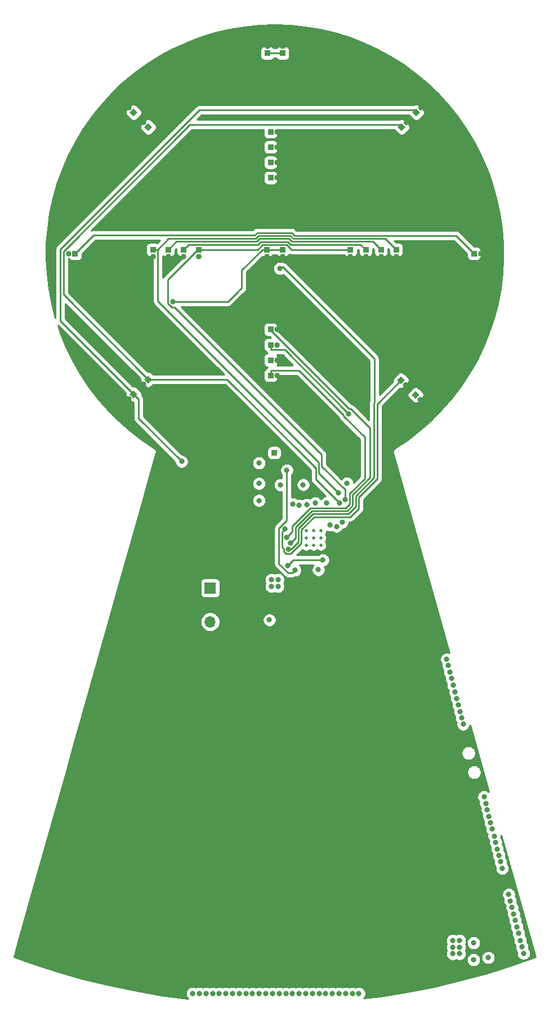
<source format=gbr>
G04 #@! TF.GenerationSoftware,KiCad,Pcbnew,(5.1.6-0)*
G04 #@! TF.CreationDate,2021-01-08T20:23:25+00:00*
G04 #@! TF.ProjectId,XMAS_Star_21,584d4153-5f53-4746-9172-5f32312e6b69,rev?*
G04 #@! TF.SameCoordinates,Original*
G04 #@! TF.FileFunction,Copper,L2,Inr*
G04 #@! TF.FilePolarity,Positive*
%FSLAX46Y46*%
G04 Gerber Fmt 4.6, Leading zero omitted, Abs format (unit mm)*
G04 Created by KiCad (PCBNEW (5.1.6-0)) date 2021-01-08 20:23:25*
%MOMM*%
%LPD*%
G01*
G04 APERTURE LIST*
G04 #@! TA.AperFunction,ViaPad*
%ADD10O,1.700000X1.700000*%
G04 #@! TD*
G04 #@! TA.AperFunction,ViaPad*
%ADD11R,1.700000X1.700000*%
G04 #@! TD*
G04 #@! TA.AperFunction,ViaPad*
%ADD12C,0.500000*%
G04 #@! TD*
G04 #@! TA.AperFunction,ViaPad*
%ADD13R,0.850000X0.850000*%
G04 #@! TD*
G04 #@! TA.AperFunction,ViaPad*
%ADD14C,0.100000*%
G04 #@! TD*
G04 #@! TA.AperFunction,ViaPad*
%ADD15O,0.850000X0.850000*%
G04 #@! TD*
G04 #@! TA.AperFunction,ViaPad*
%ADD16C,0.800000*%
G04 #@! TD*
G04 #@! TA.AperFunction,Conductor*
%ADD17C,0.250000*%
G04 #@! TD*
G04 #@! TA.AperFunction,Conductor*
%ADD18C,0.254000*%
G04 #@! TD*
G04 APERTURE END LIST*
D10*
X90300000Y-135280000D03*
X90300000Y-132740000D03*
D11*
X90300000Y-130200000D03*
D12*
X104730000Y-121610000D03*
X105830000Y-121610000D03*
X106930000Y-121610000D03*
X104730000Y-122710000D03*
X105830000Y-122710000D03*
X106930000Y-122710000D03*
X104730000Y-123810000D03*
X105830000Y-123810000D03*
X106930000Y-123810000D03*
D13*
X99940000Y-109900000D03*
G04 #@! TA.AperFunction,ViaPad*
G36*
G01*
X78393413Y-57792373D02*
X78393413Y-57792373D01*
G75*
G02*
X78393413Y-58393413I-300520J-300520D01*
G01*
X78393413Y-58393413D01*
G75*
G02*
X77792373Y-58393413I-300520J300520D01*
G01*
X77792373Y-58393413D01*
G75*
G02*
X77792373Y-57792373I300520J300520D01*
G01*
X77792373Y-57792373D01*
G75*
G02*
X78393413Y-57792373I300520J-300520D01*
G01*
G37*
G04 #@! TD.AperFunction*
G04 #@! TA.AperFunction,ViaPad*
D14*
G36*
X78800000Y-58198959D02*
G01*
X79401041Y-58800000D01*
X78800000Y-59401041D01*
X78198959Y-58800000D01*
X78800000Y-58198959D01*
G37*
G04 #@! TD.AperFunction*
G04 #@! TA.AperFunction,ViaPad*
G36*
G01*
X122307627Y-58393413D02*
X122307627Y-58393413D01*
G75*
G02*
X121706587Y-58393413I-300520J300520D01*
G01*
X121706587Y-58393413D01*
G75*
G02*
X121706587Y-57792373I300520J300520D01*
G01*
X121706587Y-57792373D01*
G75*
G02*
X122307627Y-57792373I300520J-300520D01*
G01*
X122307627Y-57792373D01*
G75*
G02*
X122307627Y-58393413I-300520J-300520D01*
G01*
G37*
G04 #@! TD.AperFunction*
G04 #@! TA.AperFunction,ViaPad*
G36*
X121901041Y-58800000D02*
G01*
X121300000Y-59401041D01*
X120698959Y-58800000D01*
X121300000Y-58198959D01*
X121901041Y-58800000D01*
G37*
G04 #@! TD.AperFunction*
G04 #@! TA.AperFunction,ViaPad*
G36*
G01*
X121606587Y-102207627D02*
X121606587Y-102207627D01*
G75*
G02*
X121606587Y-101606587I300520J300520D01*
G01*
X121606587Y-101606587D01*
G75*
G02*
X122207627Y-101606587I300520J-300520D01*
G01*
X122207627Y-101606587D01*
G75*
G02*
X122207627Y-102207627I-300520J-300520D01*
G01*
X122207627Y-102207627D01*
G75*
G02*
X121606587Y-102207627I-300520J300520D01*
G01*
G37*
G04 #@! TD.AperFunction*
G04 #@! TA.AperFunction,ViaPad*
G36*
X121200000Y-101801041D02*
G01*
X120598959Y-101200000D01*
X121200000Y-100598959D01*
X121801041Y-101200000D01*
X121200000Y-101801041D01*
G37*
G04 #@! TD.AperFunction*
G04 #@! TA.AperFunction,ViaPad*
G36*
G01*
X77792373Y-101506587D02*
X77792373Y-101506587D01*
G75*
G02*
X78393413Y-101506587I300520J-300520D01*
G01*
X78393413Y-101506587D01*
G75*
G02*
X78393413Y-102107627I-300520J-300520D01*
G01*
X78393413Y-102107627D01*
G75*
G02*
X77792373Y-102107627I-300520J300520D01*
G01*
X77792373Y-102107627D01*
G75*
G02*
X77792373Y-101506587I300520J300520D01*
G01*
G37*
G04 #@! TD.AperFunction*
G04 #@! TA.AperFunction,ViaPad*
G36*
X78198959Y-101100000D02*
G01*
X78800000Y-100498959D01*
X79401041Y-101100000D01*
X78800000Y-101701041D01*
X78198959Y-101100000D01*
G37*
G04 #@! TD.AperFunction*
D15*
X100400000Y-91400000D03*
D13*
X99400000Y-91400000D03*
D15*
X100400000Y-68600000D03*
D13*
X99400000Y-68600000D03*
D15*
X100400000Y-61700000D03*
D13*
X99400000Y-61700000D03*
D15*
X100400000Y-98300000D03*
D13*
X99400000Y-98300000D03*
G04 #@! TA.AperFunction,ViaPad*
G36*
G01*
X119406587Y-100007627D02*
X119406587Y-100007627D01*
G75*
G02*
X119406587Y-99406587I300520J300520D01*
G01*
X119406587Y-99406587D01*
G75*
G02*
X120007627Y-99406587I300520J-300520D01*
G01*
X120007627Y-99406587D01*
G75*
G02*
X120007627Y-100007627I-300520J-300520D01*
G01*
X120007627Y-100007627D01*
G75*
G02*
X119406587Y-100007627I-300520J300520D01*
G01*
G37*
G04 #@! TD.AperFunction*
G04 #@! TA.AperFunction,ViaPad*
D14*
G36*
X119000000Y-99601041D02*
G01*
X118398959Y-99000000D01*
X119000000Y-98398959D01*
X119601041Y-99000000D01*
X119000000Y-99601041D01*
G37*
G04 #@! TD.AperFunction*
G04 #@! TA.AperFunction,ViaPad*
G36*
G01*
X80593413Y-59992373D02*
X80593413Y-59992373D01*
G75*
G02*
X80593413Y-60593413I-300520J-300520D01*
G01*
X80593413Y-60593413D01*
G75*
G02*
X79992373Y-60593413I-300520J300520D01*
G01*
X79992373Y-60593413D01*
G75*
G02*
X79992373Y-59992373I300520J300520D01*
G01*
X79992373Y-59992373D01*
G75*
G02*
X80593413Y-59992373I300520J-300520D01*
G01*
G37*
G04 #@! TD.AperFunction*
G04 #@! TA.AperFunction,ViaPad*
G36*
X81000000Y-60398959D02*
G01*
X81601041Y-61000000D01*
X81000000Y-61601041D01*
X80398959Y-61000000D01*
X81000000Y-60398959D01*
G37*
G04 #@! TD.AperFunction*
G04 #@! TA.AperFunction,ViaPad*
G36*
G01*
X120107627Y-60593413D02*
X120107627Y-60593413D01*
G75*
G02*
X119506587Y-60593413I-300520J300520D01*
G01*
X119506587Y-60593413D01*
G75*
G02*
X119506587Y-59992373I300520J300520D01*
G01*
X119506587Y-59992373D01*
G75*
G02*
X120107627Y-59992373I300520J-300520D01*
G01*
X120107627Y-59992373D01*
G75*
G02*
X120107627Y-60593413I-300520J-300520D01*
G01*
G37*
G04 #@! TD.AperFunction*
G04 #@! TA.AperFunction,ViaPad*
G36*
X119701041Y-61000000D02*
G01*
X119100000Y-61601041D01*
X118498959Y-61000000D01*
X119100000Y-60398959D01*
X119701041Y-61000000D01*
G37*
G04 #@! TD.AperFunction*
G04 #@! TA.AperFunction,ViaPad*
G36*
G01*
X79992373Y-99306587D02*
X79992373Y-99306587D01*
G75*
G02*
X80593413Y-99306587I300520J-300520D01*
G01*
X80593413Y-99306587D01*
G75*
G02*
X80593413Y-99907627I-300520J-300520D01*
G01*
X80593413Y-99907627D01*
G75*
G02*
X79992373Y-99907627I-300520J300520D01*
G01*
X79992373Y-99907627D01*
G75*
G02*
X79992373Y-99306587I300520J300520D01*
G01*
G37*
G04 #@! TD.AperFunction*
G04 #@! TA.AperFunction,ViaPad*
G36*
X80398959Y-98900000D02*
G01*
X81000000Y-98298959D01*
X81601041Y-98900000D01*
X81000000Y-99501041D01*
X80398959Y-98900000D01*
G37*
G04 #@! TD.AperFunction*
D15*
X111400000Y-80400000D03*
D13*
X111400000Y-79400000D03*
D15*
X88600000Y-80400000D03*
D13*
X88600000Y-79400000D03*
D15*
X81700000Y-80400000D03*
D13*
X81700000Y-79400000D03*
D15*
X118300000Y-80400000D03*
D13*
X118300000Y-79400000D03*
X99400000Y-93700000D03*
D15*
X100400000Y-93700000D03*
D13*
X99400000Y-66300000D03*
D15*
X100400000Y-66300000D03*
D13*
X99400000Y-64000000D03*
D15*
X100400000Y-64000000D03*
D13*
X99400000Y-96000000D03*
D15*
X100400000Y-96000000D03*
X113700000Y-80400000D03*
D13*
X113700000Y-79400000D03*
D15*
X86300000Y-80400000D03*
D13*
X86300000Y-79400000D03*
D15*
X84000000Y-80400000D03*
D13*
X84000000Y-79400000D03*
D15*
X116000000Y-80400000D03*
D13*
X116000000Y-79400000D03*
D15*
X98900000Y-48900000D03*
D13*
X98900000Y-49900000D03*
D15*
X101200000Y-48900000D03*
D13*
X101200000Y-49900000D03*
D15*
X131000000Y-80000000D03*
D13*
X130000000Y-80000000D03*
D15*
X69000000Y-80000000D03*
D13*
X70000000Y-80000000D03*
D15*
X101200000Y-80400000D03*
D13*
X101200000Y-79400000D03*
D15*
X98800000Y-80400000D03*
D13*
X98800000Y-79400000D03*
D16*
X84662336Y-87205933D03*
X110148426Y-120343369D03*
X109313264Y-120958599D03*
X107830427Y-117454957D03*
X104000000Y-130600000D03*
X99250000Y-82210000D03*
X105025000Y-127475000D03*
X100787500Y-135000000D03*
X108145000Y-124955000D03*
X98300000Y-123912500D03*
X86025000Y-111215000D03*
X104825963Y-117707262D03*
X108332604Y-120762820D03*
X106103588Y-117454957D03*
X103704067Y-117803838D03*
X102727241Y-117589748D03*
X111110000Y-104050000D03*
X110867413Y-114492587D03*
X97640000Y-111450000D03*
X97680000Y-191100000D03*
X126780000Y-183130000D03*
X99212500Y-135000000D03*
X99510000Y-128960000D03*
X127780000Y-183130000D03*
X126780000Y-184130000D03*
X127780000Y-184130000D03*
X126780000Y-185130000D03*
X127780000Y-185130000D03*
X129930000Y-186025000D03*
X132130000Y-185705000D03*
X98680000Y-191100000D03*
X99680000Y-191100000D03*
X100680000Y-191100000D03*
X101680000Y-191100000D03*
X102680000Y-191100000D03*
X100510000Y-128960000D03*
X99510000Y-129960000D03*
X100510000Y-129960000D03*
X100890000Y-114720000D03*
X97652500Y-114512500D03*
X97652500Y-117067500D03*
X128354806Y-150665739D03*
X128112882Y-149695444D03*
X127870961Y-148725148D03*
X127629039Y-147754852D03*
X127387118Y-146784556D03*
X127145194Y-145814261D03*
X126854806Y-144775739D03*
X126612882Y-143805444D03*
X126370961Y-142835148D03*
X125887118Y-140894556D03*
X126129039Y-141864852D03*
X131737118Y-162534556D03*
X132462882Y-165445444D03*
X131979039Y-163504852D03*
X132704806Y-166415739D03*
X132220961Y-164475148D03*
X131495194Y-161564261D03*
X133972882Y-171325444D03*
X133730961Y-170355148D03*
X133005194Y-167444261D03*
X134214806Y-172295739D03*
X133489039Y-169384852D03*
X133247118Y-168414556D03*
X129930000Y-183485000D03*
X103680000Y-191100000D03*
X104680000Y-191100000D03*
X105680000Y-191100000D03*
X106680000Y-191100000D03*
X107680000Y-191100000D03*
X108680000Y-191100000D03*
X109680000Y-191100000D03*
X110680000Y-191100000D03*
X111680000Y-191100000D03*
X112680000Y-191100000D03*
X96680000Y-191100000D03*
X95680000Y-191100000D03*
X94680000Y-191100000D03*
X93680000Y-191100000D03*
X92680000Y-191100000D03*
X91680000Y-191100000D03*
X90680000Y-191100000D03*
X89680000Y-191100000D03*
X88680000Y-191100000D03*
X87680000Y-191100000D03*
X135192882Y-176215444D03*
X135434806Y-177185739D03*
X136190961Y-180125148D03*
X136432882Y-181095444D03*
X135707118Y-178184556D03*
X136674806Y-182065739D03*
X135949039Y-179154852D03*
X136947118Y-183124556D03*
X137189039Y-184094852D03*
X137430961Y-185065148D03*
X104300000Y-114700000D03*
X106575000Y-127470000D03*
X109622578Y-115941979D03*
X110571367Y-116911250D03*
X109732088Y-117454957D03*
X101835010Y-122571003D03*
X102378105Y-123410689D03*
X102083542Y-124366333D03*
X100787500Y-82220000D03*
X101590000Y-121360000D03*
X103050000Y-127530000D03*
X101840000Y-112520000D03*
X107250000Y-126010000D03*
X101988436Y-126845030D03*
D17*
X101200000Y-79400000D02*
X98800000Y-79400000D01*
X95048980Y-85131020D02*
X95071020Y-85131020D01*
X94825010Y-85377031D02*
X95071020Y-85131020D01*
X98125000Y-79400000D02*
X98800000Y-79400000D01*
X95071020Y-82453980D02*
X98125000Y-79400000D01*
X95071020Y-85131020D02*
X95071020Y-82453980D01*
X94415000Y-85765000D02*
X95048980Y-85131020D01*
X94230000Y-85950000D02*
X94415000Y-85765000D01*
X92974067Y-87205933D02*
X85228021Y-87205933D01*
X85228021Y-87205933D02*
X84662336Y-87205933D01*
X94415000Y-85765000D02*
X92974067Y-87205933D01*
X70000000Y-80000000D02*
X72800000Y-77200000D01*
X97369399Y-76849955D02*
X102539955Y-76849955D01*
X97019354Y-77200000D02*
X97369399Y-76849955D01*
X72800000Y-77200000D02*
X97019354Y-77200000D01*
X102539955Y-76849955D02*
X102970000Y-77280000D01*
X127280000Y-77280000D02*
X130000000Y-80000000D01*
X102970000Y-77280000D02*
X127280000Y-77280000D01*
X101200000Y-49900000D02*
X98900000Y-49900000D01*
X120928770Y-58428770D02*
X88671230Y-58428770D01*
X121300000Y-58800000D02*
X120928770Y-58428770D01*
X78428770Y-100728770D02*
X78800000Y-101100000D01*
X67799988Y-90099988D02*
X78428770Y-100728770D01*
X67799988Y-79300012D02*
X67799988Y-90099988D01*
X88671230Y-58428770D02*
X67799988Y-79300012D01*
X79542892Y-101842892D02*
X78800000Y-101100000D01*
X79542892Y-104732892D02*
X79542892Y-101842892D01*
X86025000Y-111215000D02*
X79542892Y-104732892D01*
X97312154Y-78180022D02*
X97742198Y-77749978D01*
X97742198Y-77749978D02*
X102167157Y-77749978D01*
X102167157Y-77749978D02*
X102597200Y-78180022D01*
X85219978Y-78180022D02*
X97312154Y-78180022D01*
X114780022Y-78180022D02*
X116000000Y-79400000D01*
X102597200Y-78180022D02*
X114780022Y-78180022D01*
X84000000Y-79400000D02*
X85219978Y-78180022D01*
X102410800Y-78630033D02*
X112930033Y-78630033D01*
X97928597Y-78199989D02*
X101980757Y-78199989D01*
X97498554Y-78630033D02*
X97928597Y-78199989D01*
X87069967Y-78630033D02*
X97498554Y-78630033D01*
X112930033Y-78630033D02*
X113700000Y-79400000D01*
X86300000Y-79400000D02*
X87069967Y-78630033D01*
X101980757Y-78199989D02*
X102410800Y-78630033D01*
X99400000Y-94375000D02*
X99400000Y-93700000D01*
X99475001Y-94450001D02*
X99400000Y-94375000D01*
X101510001Y-94450001D02*
X99475001Y-94450001D01*
X111110000Y-104050000D02*
X101510001Y-94450001D01*
X82375000Y-79400000D02*
X81700000Y-79400000D01*
X84044989Y-77730011D02*
X82375000Y-79400000D01*
X102783600Y-77730011D02*
X102353557Y-77299967D01*
X97555797Y-77299967D02*
X97125753Y-77730011D01*
X118300000Y-79400000D02*
X116630011Y-77730011D01*
X116630011Y-77730011D02*
X102783600Y-77730011D01*
X102353557Y-77299967D02*
X97555797Y-77299967D01*
X97125753Y-77730011D02*
X84044989Y-77730011D01*
X82450001Y-79475001D02*
X82450001Y-87148177D01*
X106619353Y-112938754D02*
X109622578Y-115941979D01*
X106619353Y-111317529D02*
X106619353Y-112938754D01*
X82450001Y-87148177D02*
X106619353Y-111317529D01*
X82375000Y-79400000D02*
X82450001Y-79475001D01*
X97445644Y-79400000D02*
X98195644Y-78650000D01*
X98195644Y-78650000D02*
X101794358Y-78650000D01*
X101794358Y-78650000D02*
X102544358Y-79400000D01*
X102544358Y-79400000D02*
X110725000Y-79400000D01*
X110725000Y-79400000D02*
X111400000Y-79400000D01*
X88600000Y-79400000D02*
X97445644Y-79400000D01*
X110571367Y-115441367D02*
X110571367Y-116911250D01*
X84493685Y-88093587D02*
X84992315Y-88093587D01*
X84992315Y-88093587D02*
X107069364Y-110170636D01*
X107069364Y-111939364D02*
X110571367Y-115441367D01*
X107069364Y-110170636D02*
X107069364Y-111939364D01*
X88600000Y-79400000D02*
X88410002Y-79400000D01*
X88410002Y-79400000D02*
X83900000Y-83910002D01*
X83900000Y-83910002D02*
X83900000Y-87499902D01*
X83900000Y-87499902D02*
X84493685Y-88093587D01*
X80628770Y-98528770D02*
X81000000Y-98900000D01*
X68249999Y-86149999D02*
X80628770Y-98528770D01*
X68249999Y-79639999D02*
X68249999Y-86149999D01*
X87261228Y-60628770D02*
X68249999Y-79639999D01*
X118728770Y-60628770D02*
X87261228Y-60628770D01*
X119100000Y-61000000D02*
X118728770Y-60628770D01*
X81000000Y-98900000D02*
X92864681Y-98900000D01*
X92864681Y-98900000D02*
X104417341Y-110452659D01*
X104417341Y-110452659D02*
X106139031Y-112174350D01*
X106169342Y-113892211D02*
X109732088Y-117454957D01*
X104417341Y-110452659D02*
X106169342Y-112204660D01*
X106169342Y-112204660D02*
X106169342Y-113892211D01*
X99475001Y-97549999D02*
X103659999Y-97549999D01*
X105399798Y-118179967D02*
X102679967Y-120899798D01*
X110384999Y-104398001D02*
X113550000Y-107563002D01*
X102679967Y-121726046D02*
X101835010Y-122571003D01*
X102679967Y-120899798D02*
X102679967Y-121726046D01*
X99400000Y-97625000D02*
X99475001Y-97549999D01*
X110720803Y-118179967D02*
X105399798Y-118179967D01*
X103659999Y-97549999D02*
X110384999Y-104274999D01*
X111296377Y-117604393D02*
X110720803Y-118179967D01*
X99400000Y-98300000D02*
X99400000Y-97625000D01*
X113550000Y-113770770D02*
X111296377Y-116024390D01*
X113550000Y-107563002D02*
X113550000Y-113770770D01*
X111296377Y-116024390D02*
X111296377Y-117604393D01*
X110384999Y-104274999D02*
X110384999Y-104398001D01*
X99400000Y-91400000D02*
X99400000Y-91510002D01*
X111214997Y-103324999D02*
X111458001Y-103324999D01*
X99400000Y-91510002D02*
X111214997Y-103324999D01*
X114310000Y-106176998D02*
X114310000Y-113647180D01*
X114310000Y-113647180D02*
X111746388Y-116210790D01*
X111746388Y-116210790D02*
X111746388Y-117790792D01*
X111746388Y-117790792D02*
X110907202Y-118629978D01*
X105586198Y-118629978D02*
X103129978Y-121086198D01*
X103129978Y-121086198D02*
X103129978Y-122658816D01*
X111458001Y-103324999D02*
X114310000Y-106176998D01*
X103129978Y-122658816D02*
X102378105Y-123410689D01*
X110907202Y-118629978D02*
X105586198Y-118629978D01*
X102520134Y-124366333D02*
X102083542Y-124366333D01*
X112196399Y-116397190D02*
X112196399Y-117977191D01*
X100787500Y-82220000D02*
X101225000Y-82000000D01*
X101225000Y-82000000D02*
X114980000Y-95755000D01*
X105772598Y-119079989D02*
X103579989Y-121272598D01*
X114980000Y-95755000D02*
X114980000Y-102383589D01*
X114949989Y-113643601D02*
X112196399Y-116397190D01*
X114980000Y-102383589D02*
X114949989Y-102413600D01*
X103579989Y-121272598D02*
X103579989Y-123306478D01*
X114949989Y-102413600D02*
X114949989Y-113643601D01*
X112196399Y-117977191D02*
X111093601Y-119079989D01*
X111093601Y-119079989D02*
X105772598Y-119079989D01*
X103579989Y-123306478D02*
X102520134Y-124366333D01*
X101590000Y-121360000D02*
X101110000Y-121840000D01*
X101358541Y-124714334D02*
X101735541Y-125091334D01*
X101735541Y-125091334D02*
X102431543Y-125091334D01*
X101358541Y-124258215D02*
X101358541Y-124714334D01*
X101110000Y-124009674D02*
X101358541Y-124258215D01*
X101110000Y-121840000D02*
X101110000Y-124009674D01*
X102431543Y-125091334D02*
X104030000Y-123492877D01*
X105958999Y-119529999D02*
X111406412Y-119529998D01*
X104030000Y-123492877D02*
X104030000Y-121458998D01*
X104030000Y-121458998D02*
X105958999Y-119529999D01*
X111406412Y-119529998D02*
X112646410Y-118290000D01*
X112646410Y-118290000D02*
X112646410Y-116583590D01*
X112646410Y-116583590D02*
X115400000Y-113830000D01*
X115400000Y-102600000D02*
X119000000Y-99000000D01*
X115400000Y-113830000D02*
X115400000Y-102600000D01*
X102022222Y-127929999D02*
X100649989Y-126557766D01*
X100649989Y-121227009D02*
X101840000Y-120036998D01*
X103050000Y-127530000D02*
X102650001Y-127929999D01*
X102650001Y-127929999D02*
X102022222Y-127929999D01*
X100649989Y-126557766D02*
X100649989Y-121227009D01*
X101840000Y-113300000D02*
X101840000Y-112520000D01*
X101840000Y-120036998D02*
X101840000Y-113300000D01*
X107250000Y-126010000D02*
X102823466Y-126010000D01*
X102823466Y-126010000D02*
X101988436Y-126845030D01*
D18*
G36*
X102276611Y-45729257D02*
G01*
X104542867Y-45955483D01*
X106789125Y-46331401D01*
X109005560Y-46855367D01*
X111182388Y-47525072D01*
X113310041Y-48337568D01*
X115379166Y-49289285D01*
X117380676Y-50376043D01*
X119305762Y-51593058D01*
X121145948Y-52934973D01*
X122893164Y-54395902D01*
X124539716Y-55969414D01*
X126078371Y-57648594D01*
X127502350Y-59426047D01*
X128805402Y-61293970D01*
X129981797Y-63244148D01*
X131026356Y-65267992D01*
X131934486Y-67356608D01*
X132702208Y-69500842D01*
X133326132Y-71691227D01*
X133803517Y-73918139D01*
X134132268Y-76171803D01*
X134310936Y-78442297D01*
X134338737Y-80719643D01*
X134215548Y-82993827D01*
X133941912Y-85254843D01*
X133519032Y-87492746D01*
X132948765Y-89697714D01*
X132233618Y-91860044D01*
X131376744Y-93970207D01*
X130381901Y-96018954D01*
X129253468Y-97997260D01*
X127996408Y-99896429D01*
X126616230Y-101708134D01*
X125119036Y-103424363D01*
X123511387Y-105037600D01*
X121800363Y-106540741D01*
X119993467Y-107927193D01*
X118088720Y-109197628D01*
X118039134Y-109229409D01*
X117945467Y-109319567D01*
X117871188Y-109426268D01*
X117819153Y-109545409D01*
X117791361Y-109672412D01*
X117788879Y-109802395D01*
X117806061Y-109898302D01*
X126297772Y-139944378D01*
X126189016Y-139899330D01*
X125989057Y-139859556D01*
X125785179Y-139859556D01*
X125585220Y-139899330D01*
X125396862Y-139977351D01*
X125227344Y-140090619D01*
X125083181Y-140234782D01*
X124969913Y-140404300D01*
X124891892Y-140592658D01*
X124852118Y-140792617D01*
X124852118Y-140996495D01*
X124891892Y-141196454D01*
X124969913Y-141384812D01*
X125083181Y-141554330D01*
X125126843Y-141597992D01*
X125094039Y-141762913D01*
X125094039Y-141966791D01*
X125133813Y-142166750D01*
X125211834Y-142355108D01*
X125325102Y-142524626D01*
X125368765Y-142568289D01*
X125335961Y-142733209D01*
X125335961Y-142937087D01*
X125375735Y-143137046D01*
X125453756Y-143325404D01*
X125567024Y-143494922D01*
X125610686Y-143538584D01*
X125577882Y-143703505D01*
X125577882Y-143907383D01*
X125617656Y-144107342D01*
X125695677Y-144295700D01*
X125808945Y-144465218D01*
X125852610Y-144508883D01*
X125819806Y-144673800D01*
X125819806Y-144877678D01*
X125859580Y-145077637D01*
X125937601Y-145265995D01*
X126050869Y-145435513D01*
X126146277Y-145530921D01*
X126110194Y-145712322D01*
X126110194Y-145916200D01*
X126149968Y-146116159D01*
X126227989Y-146304517D01*
X126341257Y-146474035D01*
X126384922Y-146517700D01*
X126352118Y-146682617D01*
X126352118Y-146886495D01*
X126391892Y-147086454D01*
X126469913Y-147274812D01*
X126583181Y-147444330D01*
X126626843Y-147487992D01*
X126594039Y-147652913D01*
X126594039Y-147856791D01*
X126633813Y-148056750D01*
X126711834Y-148245108D01*
X126825102Y-148414626D01*
X126868765Y-148458289D01*
X126835961Y-148623209D01*
X126835961Y-148827087D01*
X126875735Y-149027046D01*
X126953756Y-149215404D01*
X127067024Y-149384922D01*
X127110686Y-149428584D01*
X127077882Y-149593505D01*
X127077882Y-149797383D01*
X127117656Y-149997342D01*
X127195677Y-150185700D01*
X127308945Y-150355218D01*
X127352610Y-150398883D01*
X127319806Y-150563800D01*
X127319806Y-150767678D01*
X127359580Y-150967637D01*
X127437601Y-151155995D01*
X127550869Y-151325513D01*
X127695032Y-151469676D01*
X127864550Y-151582944D01*
X128052908Y-151660965D01*
X128252867Y-151700739D01*
X128456745Y-151700739D01*
X128656704Y-151660965D01*
X128845062Y-151582944D01*
X129014580Y-151469676D01*
X129158743Y-151325513D01*
X129272011Y-151155995D01*
X129350032Y-150967637D01*
X129376124Y-150836461D01*
X132191027Y-160796383D01*
X132154968Y-160760324D01*
X131985450Y-160647056D01*
X131797092Y-160569035D01*
X131597133Y-160529261D01*
X131393255Y-160529261D01*
X131193296Y-160569035D01*
X131004938Y-160647056D01*
X130835420Y-160760324D01*
X130691257Y-160904487D01*
X130577989Y-161074005D01*
X130499968Y-161262363D01*
X130460194Y-161462322D01*
X130460194Y-161666200D01*
X130499968Y-161866159D01*
X130577989Y-162054517D01*
X130691257Y-162224035D01*
X130734922Y-162267700D01*
X130702118Y-162432617D01*
X130702118Y-162636495D01*
X130741892Y-162836454D01*
X130819913Y-163024812D01*
X130933181Y-163194330D01*
X130976843Y-163237992D01*
X130944039Y-163402913D01*
X130944039Y-163606791D01*
X130983813Y-163806750D01*
X131061834Y-163995108D01*
X131175102Y-164164626D01*
X131218765Y-164208289D01*
X131185961Y-164373209D01*
X131185961Y-164577087D01*
X131225735Y-164777046D01*
X131303756Y-164965404D01*
X131417024Y-165134922D01*
X131460686Y-165178584D01*
X131427882Y-165343505D01*
X131427882Y-165547383D01*
X131467656Y-165747342D01*
X131545677Y-165935700D01*
X131658945Y-166105218D01*
X131702610Y-166148883D01*
X131669806Y-166313800D01*
X131669806Y-166517678D01*
X131709580Y-166717637D01*
X131787601Y-166905995D01*
X131900869Y-167075513D01*
X132002958Y-167177602D01*
X131970194Y-167342322D01*
X131970194Y-167546200D01*
X132009968Y-167746159D01*
X132087989Y-167934517D01*
X132201257Y-168104035D01*
X132244922Y-168147700D01*
X132212118Y-168312617D01*
X132212118Y-168516495D01*
X132251892Y-168716454D01*
X132329913Y-168904812D01*
X132443181Y-169074330D01*
X132486843Y-169117992D01*
X132454039Y-169282913D01*
X132454039Y-169486791D01*
X132493813Y-169686750D01*
X132571834Y-169875108D01*
X132685102Y-170044626D01*
X132728765Y-170088289D01*
X132695961Y-170253209D01*
X132695961Y-170457087D01*
X132735735Y-170657046D01*
X132813756Y-170845404D01*
X132927024Y-171014922D01*
X132970686Y-171058584D01*
X132937882Y-171223505D01*
X132937882Y-171427383D01*
X132977656Y-171627342D01*
X133055677Y-171815700D01*
X133168945Y-171985218D01*
X133212610Y-172028883D01*
X133179806Y-172193800D01*
X133179806Y-172397678D01*
X133219580Y-172597637D01*
X133297601Y-172785995D01*
X133410869Y-172955513D01*
X133555032Y-173099676D01*
X133724550Y-173212944D01*
X133912908Y-173290965D01*
X134112867Y-173330739D01*
X134316745Y-173330739D01*
X134516704Y-173290965D01*
X134705062Y-173212944D01*
X134874580Y-173099676D01*
X135018743Y-172955513D01*
X135132011Y-172785995D01*
X135210032Y-172597637D01*
X135249806Y-172397678D01*
X135249806Y-172193800D01*
X135210032Y-171993841D01*
X135132011Y-171805483D01*
X135018743Y-171635965D01*
X134975078Y-171592300D01*
X135007882Y-171427383D01*
X135007882Y-171223505D01*
X134968108Y-171023546D01*
X134890087Y-170835188D01*
X134776819Y-170665670D01*
X134733157Y-170622008D01*
X134765961Y-170457087D01*
X134765961Y-170253209D01*
X134726187Y-170053250D01*
X134648166Y-169864892D01*
X134534898Y-169695374D01*
X134491235Y-169651711D01*
X134524039Y-169486791D01*
X134524039Y-169282913D01*
X134484265Y-169082954D01*
X134406244Y-168894596D01*
X134292976Y-168725078D01*
X134249314Y-168681416D01*
X134282118Y-168516495D01*
X134282118Y-168312617D01*
X134242344Y-168112658D01*
X134164323Y-167924300D01*
X134051055Y-167754782D01*
X134007390Y-167711117D01*
X134040194Y-167546200D01*
X134040194Y-167342322D01*
X134038138Y-167331984D01*
X139197031Y-185585609D01*
X135878657Y-186768823D01*
X131942113Y-188011855D01*
X127962726Y-189109787D01*
X123945771Y-190061163D01*
X119896627Y-190864709D01*
X115820754Y-191519340D01*
X113429758Y-191813953D01*
X113483937Y-191759774D01*
X113597205Y-191590256D01*
X113675226Y-191401898D01*
X113715000Y-191201939D01*
X113715000Y-190998061D01*
X113675226Y-190798102D01*
X113597205Y-190609744D01*
X113483937Y-190440226D01*
X113339774Y-190296063D01*
X113170256Y-190182795D01*
X112981898Y-190104774D01*
X112781939Y-190065000D01*
X112578061Y-190065000D01*
X112378102Y-190104774D01*
X112189744Y-190182795D01*
X112180000Y-190189306D01*
X112170256Y-190182795D01*
X111981898Y-190104774D01*
X111781939Y-190065000D01*
X111578061Y-190065000D01*
X111378102Y-190104774D01*
X111189744Y-190182795D01*
X111180000Y-190189306D01*
X111170256Y-190182795D01*
X110981898Y-190104774D01*
X110781939Y-190065000D01*
X110578061Y-190065000D01*
X110378102Y-190104774D01*
X110189744Y-190182795D01*
X110180000Y-190189306D01*
X110170256Y-190182795D01*
X109981898Y-190104774D01*
X109781939Y-190065000D01*
X109578061Y-190065000D01*
X109378102Y-190104774D01*
X109189744Y-190182795D01*
X109180000Y-190189306D01*
X109170256Y-190182795D01*
X108981898Y-190104774D01*
X108781939Y-190065000D01*
X108578061Y-190065000D01*
X108378102Y-190104774D01*
X108189744Y-190182795D01*
X108180000Y-190189306D01*
X108170256Y-190182795D01*
X107981898Y-190104774D01*
X107781939Y-190065000D01*
X107578061Y-190065000D01*
X107378102Y-190104774D01*
X107189744Y-190182795D01*
X107180000Y-190189306D01*
X107170256Y-190182795D01*
X106981898Y-190104774D01*
X106781939Y-190065000D01*
X106578061Y-190065000D01*
X106378102Y-190104774D01*
X106189744Y-190182795D01*
X106180000Y-190189306D01*
X106170256Y-190182795D01*
X105981898Y-190104774D01*
X105781939Y-190065000D01*
X105578061Y-190065000D01*
X105378102Y-190104774D01*
X105189744Y-190182795D01*
X105180000Y-190189306D01*
X105170256Y-190182795D01*
X104981898Y-190104774D01*
X104781939Y-190065000D01*
X104578061Y-190065000D01*
X104378102Y-190104774D01*
X104189744Y-190182795D01*
X104180000Y-190189306D01*
X104170256Y-190182795D01*
X103981898Y-190104774D01*
X103781939Y-190065000D01*
X103578061Y-190065000D01*
X103378102Y-190104774D01*
X103189744Y-190182795D01*
X103180000Y-190189306D01*
X103170256Y-190182795D01*
X102981898Y-190104774D01*
X102781939Y-190065000D01*
X102578061Y-190065000D01*
X102378102Y-190104774D01*
X102189744Y-190182795D01*
X102180000Y-190189306D01*
X102170256Y-190182795D01*
X101981898Y-190104774D01*
X101781939Y-190065000D01*
X101578061Y-190065000D01*
X101378102Y-190104774D01*
X101189744Y-190182795D01*
X101180000Y-190189306D01*
X101170256Y-190182795D01*
X100981898Y-190104774D01*
X100781939Y-190065000D01*
X100578061Y-190065000D01*
X100378102Y-190104774D01*
X100189744Y-190182795D01*
X100180000Y-190189306D01*
X100170256Y-190182795D01*
X99981898Y-190104774D01*
X99781939Y-190065000D01*
X99578061Y-190065000D01*
X99378102Y-190104774D01*
X99189744Y-190182795D01*
X99180000Y-190189306D01*
X99170256Y-190182795D01*
X98981898Y-190104774D01*
X98781939Y-190065000D01*
X98578061Y-190065000D01*
X98378102Y-190104774D01*
X98189744Y-190182795D01*
X98180000Y-190189306D01*
X98170256Y-190182795D01*
X97981898Y-190104774D01*
X97781939Y-190065000D01*
X97578061Y-190065000D01*
X97378102Y-190104774D01*
X97189744Y-190182795D01*
X97180000Y-190189306D01*
X97170256Y-190182795D01*
X96981898Y-190104774D01*
X96781939Y-190065000D01*
X96578061Y-190065000D01*
X96378102Y-190104774D01*
X96189744Y-190182795D01*
X96180000Y-190189306D01*
X96170256Y-190182795D01*
X95981898Y-190104774D01*
X95781939Y-190065000D01*
X95578061Y-190065000D01*
X95378102Y-190104774D01*
X95189744Y-190182795D01*
X95180000Y-190189306D01*
X95170256Y-190182795D01*
X94981898Y-190104774D01*
X94781939Y-190065000D01*
X94578061Y-190065000D01*
X94378102Y-190104774D01*
X94189744Y-190182795D01*
X94180000Y-190189306D01*
X94170256Y-190182795D01*
X93981898Y-190104774D01*
X93781939Y-190065000D01*
X93578061Y-190065000D01*
X93378102Y-190104774D01*
X93189744Y-190182795D01*
X93180000Y-190189306D01*
X93170256Y-190182795D01*
X92981898Y-190104774D01*
X92781939Y-190065000D01*
X92578061Y-190065000D01*
X92378102Y-190104774D01*
X92189744Y-190182795D01*
X92180000Y-190189306D01*
X92170256Y-190182795D01*
X91981898Y-190104774D01*
X91781939Y-190065000D01*
X91578061Y-190065000D01*
X91378102Y-190104774D01*
X91189744Y-190182795D01*
X91180000Y-190189306D01*
X91170256Y-190182795D01*
X90981898Y-190104774D01*
X90781939Y-190065000D01*
X90578061Y-190065000D01*
X90378102Y-190104774D01*
X90189744Y-190182795D01*
X90180000Y-190189306D01*
X90170256Y-190182795D01*
X89981898Y-190104774D01*
X89781939Y-190065000D01*
X89578061Y-190065000D01*
X89378102Y-190104774D01*
X89189744Y-190182795D01*
X89180000Y-190189306D01*
X89170256Y-190182795D01*
X88981898Y-190104774D01*
X88781939Y-190065000D01*
X88578061Y-190065000D01*
X88378102Y-190104774D01*
X88189744Y-190182795D01*
X88180000Y-190189306D01*
X88170256Y-190182795D01*
X87981898Y-190104774D01*
X87781939Y-190065000D01*
X87578061Y-190065000D01*
X87378102Y-190104774D01*
X87189744Y-190182795D01*
X87020226Y-190296063D01*
X86876063Y-190440226D01*
X86762795Y-190609744D01*
X86684774Y-190798102D01*
X86645000Y-190998061D01*
X86645000Y-191201939D01*
X86684774Y-191401898D01*
X86762795Y-191590256D01*
X86876063Y-191759774D01*
X86999371Y-191883082D01*
X82912882Y-191332340D01*
X78844742Y-190631436D01*
X74805001Y-189781928D01*
X70799100Y-188784958D01*
X66832434Y-187641871D01*
X62908553Y-186353617D01*
X60802039Y-185588990D01*
X61525924Y-183028061D01*
X125745000Y-183028061D01*
X125745000Y-183231939D01*
X125784774Y-183431898D01*
X125862795Y-183620256D01*
X125869306Y-183630000D01*
X125862795Y-183639744D01*
X125784774Y-183828102D01*
X125745000Y-184028061D01*
X125745000Y-184231939D01*
X125784774Y-184431898D01*
X125862795Y-184620256D01*
X125869306Y-184630000D01*
X125862795Y-184639744D01*
X125784774Y-184828102D01*
X125745000Y-185028061D01*
X125745000Y-185231939D01*
X125784774Y-185431898D01*
X125862795Y-185620256D01*
X125976063Y-185789774D01*
X126120226Y-185933937D01*
X126289744Y-186047205D01*
X126478102Y-186125226D01*
X126678061Y-186165000D01*
X126881939Y-186165000D01*
X127081898Y-186125226D01*
X127270256Y-186047205D01*
X127280000Y-186040694D01*
X127289744Y-186047205D01*
X127478102Y-186125226D01*
X127678061Y-186165000D01*
X127881939Y-186165000D01*
X128081898Y-186125226D01*
X128270256Y-186047205D01*
X128439774Y-185933937D01*
X128450650Y-185923061D01*
X128895000Y-185923061D01*
X128895000Y-186126939D01*
X128934774Y-186326898D01*
X129012795Y-186515256D01*
X129126063Y-186684774D01*
X129270226Y-186828937D01*
X129439744Y-186942205D01*
X129628102Y-187020226D01*
X129828061Y-187060000D01*
X130031939Y-187060000D01*
X130231898Y-187020226D01*
X130420256Y-186942205D01*
X130589774Y-186828937D01*
X130733937Y-186684774D01*
X130847205Y-186515256D01*
X130925226Y-186326898D01*
X130965000Y-186126939D01*
X130965000Y-185923061D01*
X130925226Y-185723102D01*
X130875504Y-185603061D01*
X131095000Y-185603061D01*
X131095000Y-185806939D01*
X131134774Y-186006898D01*
X131212795Y-186195256D01*
X131326063Y-186364774D01*
X131470226Y-186508937D01*
X131639744Y-186622205D01*
X131828102Y-186700226D01*
X132028061Y-186740000D01*
X132231939Y-186740000D01*
X132431898Y-186700226D01*
X132620256Y-186622205D01*
X132789774Y-186508937D01*
X132933937Y-186364774D01*
X133047205Y-186195256D01*
X133125226Y-186006898D01*
X133165000Y-185806939D01*
X133165000Y-185603061D01*
X133125226Y-185403102D01*
X133047205Y-185214744D01*
X132933937Y-185045226D01*
X132789774Y-184901063D01*
X132620256Y-184787795D01*
X132431898Y-184709774D01*
X132231939Y-184670000D01*
X132028061Y-184670000D01*
X131828102Y-184709774D01*
X131639744Y-184787795D01*
X131470226Y-184901063D01*
X131326063Y-185045226D01*
X131212795Y-185214744D01*
X131134774Y-185403102D01*
X131095000Y-185603061D01*
X130875504Y-185603061D01*
X130847205Y-185534744D01*
X130733937Y-185365226D01*
X130589774Y-185221063D01*
X130420256Y-185107795D01*
X130231898Y-185029774D01*
X130031939Y-184990000D01*
X129828061Y-184990000D01*
X129628102Y-185029774D01*
X129439744Y-185107795D01*
X129270226Y-185221063D01*
X129126063Y-185365226D01*
X129012795Y-185534744D01*
X128934774Y-185723102D01*
X128895000Y-185923061D01*
X128450650Y-185923061D01*
X128583937Y-185789774D01*
X128697205Y-185620256D01*
X128775226Y-185431898D01*
X128815000Y-185231939D01*
X128815000Y-185028061D01*
X128775226Y-184828102D01*
X128697205Y-184639744D01*
X128690694Y-184630000D01*
X128697205Y-184620256D01*
X128775226Y-184431898D01*
X128815000Y-184231939D01*
X128815000Y-184028061D01*
X128775226Y-183828102D01*
X128697205Y-183639744D01*
X128690694Y-183630000D01*
X128697205Y-183620256D01*
X128775226Y-183431898D01*
X128784940Y-183383061D01*
X128895000Y-183383061D01*
X128895000Y-183586939D01*
X128934774Y-183786898D01*
X129012795Y-183975256D01*
X129126063Y-184144774D01*
X129270226Y-184288937D01*
X129439744Y-184402205D01*
X129628102Y-184480226D01*
X129828061Y-184520000D01*
X130031939Y-184520000D01*
X130231898Y-184480226D01*
X130420256Y-184402205D01*
X130589774Y-184288937D01*
X130733937Y-184144774D01*
X130847205Y-183975256D01*
X130925226Y-183786898D01*
X130965000Y-183586939D01*
X130965000Y-183383061D01*
X130925226Y-183183102D01*
X130847205Y-182994744D01*
X130733937Y-182825226D01*
X130589774Y-182681063D01*
X130420256Y-182567795D01*
X130231898Y-182489774D01*
X130031939Y-182450000D01*
X129828061Y-182450000D01*
X129628102Y-182489774D01*
X129439744Y-182567795D01*
X129270226Y-182681063D01*
X129126063Y-182825226D01*
X129012795Y-182994744D01*
X128934774Y-183183102D01*
X128895000Y-183383061D01*
X128784940Y-183383061D01*
X128815000Y-183231939D01*
X128815000Y-183028061D01*
X128775226Y-182828102D01*
X128697205Y-182639744D01*
X128583937Y-182470226D01*
X128439774Y-182326063D01*
X128270256Y-182212795D01*
X128081898Y-182134774D01*
X127881939Y-182095000D01*
X127678061Y-182095000D01*
X127478102Y-182134774D01*
X127289744Y-182212795D01*
X127280000Y-182219306D01*
X127270256Y-182212795D01*
X127081898Y-182134774D01*
X126881939Y-182095000D01*
X126678061Y-182095000D01*
X126478102Y-182134774D01*
X126289744Y-182212795D01*
X126120226Y-182326063D01*
X125976063Y-182470226D01*
X125862795Y-182639744D01*
X125784774Y-182828102D01*
X125745000Y-183028061D01*
X61525924Y-183028061D01*
X63480428Y-176113505D01*
X134157882Y-176113505D01*
X134157882Y-176317383D01*
X134197656Y-176517342D01*
X134275677Y-176705700D01*
X134388945Y-176875218D01*
X134432610Y-176918883D01*
X134399806Y-177083800D01*
X134399806Y-177287678D01*
X134439580Y-177487637D01*
X134517601Y-177675995D01*
X134630869Y-177845513D01*
X134704612Y-177919256D01*
X134672118Y-178082617D01*
X134672118Y-178286495D01*
X134711892Y-178486454D01*
X134789913Y-178674812D01*
X134903181Y-178844330D01*
X134946843Y-178887992D01*
X134914039Y-179052913D01*
X134914039Y-179256791D01*
X134953813Y-179456750D01*
X135031834Y-179645108D01*
X135145102Y-179814626D01*
X135188765Y-179858289D01*
X135155961Y-180023209D01*
X135155961Y-180227087D01*
X135195735Y-180427046D01*
X135273756Y-180615404D01*
X135387024Y-180784922D01*
X135430686Y-180828584D01*
X135397882Y-180993505D01*
X135397882Y-181197383D01*
X135437656Y-181397342D01*
X135515677Y-181585700D01*
X135628945Y-181755218D01*
X135672610Y-181798883D01*
X135639806Y-181963800D01*
X135639806Y-182167678D01*
X135679580Y-182367637D01*
X135757601Y-182555995D01*
X135870869Y-182725513D01*
X135956614Y-182811258D01*
X135951892Y-182822658D01*
X135912118Y-183022617D01*
X135912118Y-183226495D01*
X135951892Y-183426454D01*
X136029913Y-183614812D01*
X136143181Y-183784330D01*
X136186843Y-183827992D01*
X136154039Y-183992913D01*
X136154039Y-184196791D01*
X136193813Y-184396750D01*
X136271834Y-184585108D01*
X136385102Y-184754626D01*
X136428765Y-184798289D01*
X136395961Y-184963209D01*
X136395961Y-185167087D01*
X136435735Y-185367046D01*
X136513756Y-185555404D01*
X136627024Y-185724922D01*
X136771187Y-185869085D01*
X136940705Y-185982353D01*
X137129063Y-186060374D01*
X137329022Y-186100148D01*
X137532900Y-186100148D01*
X137732859Y-186060374D01*
X137921217Y-185982353D01*
X138090735Y-185869085D01*
X138234898Y-185724922D01*
X138348166Y-185555404D01*
X138426187Y-185367046D01*
X138465961Y-185167087D01*
X138465961Y-184963209D01*
X138426187Y-184763250D01*
X138348166Y-184574892D01*
X138234898Y-184405374D01*
X138191235Y-184361711D01*
X138224039Y-184196791D01*
X138224039Y-183992913D01*
X138184265Y-183792954D01*
X138106244Y-183604596D01*
X137992976Y-183435078D01*
X137949314Y-183391416D01*
X137982118Y-183226495D01*
X137982118Y-183022617D01*
X137942344Y-182822658D01*
X137864323Y-182634300D01*
X137751055Y-182464782D01*
X137665310Y-182379037D01*
X137670032Y-182367637D01*
X137709806Y-182167678D01*
X137709806Y-181963800D01*
X137670032Y-181763841D01*
X137592011Y-181575483D01*
X137478743Y-181405965D01*
X137435078Y-181362300D01*
X137467882Y-181197383D01*
X137467882Y-180993505D01*
X137428108Y-180793546D01*
X137350087Y-180605188D01*
X137236819Y-180435670D01*
X137193157Y-180392008D01*
X137225961Y-180227087D01*
X137225961Y-180023209D01*
X137186187Y-179823250D01*
X137108166Y-179634892D01*
X136994898Y-179465374D01*
X136951235Y-179421711D01*
X136984039Y-179256791D01*
X136984039Y-179052913D01*
X136944265Y-178852954D01*
X136866244Y-178664596D01*
X136752976Y-178495078D01*
X136709314Y-178451416D01*
X136742118Y-178286495D01*
X136742118Y-178082617D01*
X136702344Y-177882658D01*
X136624323Y-177694300D01*
X136511055Y-177524782D01*
X136437312Y-177451039D01*
X136469806Y-177287678D01*
X136469806Y-177083800D01*
X136430032Y-176883841D01*
X136352011Y-176695483D01*
X136238743Y-176525965D01*
X136195078Y-176482300D01*
X136227882Y-176317383D01*
X136227882Y-176113505D01*
X136188108Y-175913546D01*
X136110087Y-175725188D01*
X135996819Y-175555670D01*
X135852656Y-175411507D01*
X135683138Y-175298239D01*
X135494780Y-175220218D01*
X135294821Y-175180444D01*
X135090943Y-175180444D01*
X134890984Y-175220218D01*
X134702626Y-175298239D01*
X134533108Y-175411507D01*
X134388945Y-175555670D01*
X134275677Y-175725188D01*
X134197656Y-175913546D01*
X134157882Y-176113505D01*
X63480428Y-176113505D01*
X68664349Y-157774069D01*
X128905672Y-157774069D01*
X128905672Y-157987795D01*
X128947368Y-158197415D01*
X129029157Y-158394872D01*
X129147897Y-158572579D01*
X129299025Y-158723707D01*
X129476732Y-158842447D01*
X129674189Y-158924236D01*
X129883809Y-158965932D01*
X130097535Y-158965932D01*
X130307155Y-158924236D01*
X130504612Y-158842447D01*
X130682319Y-158723707D01*
X130833447Y-158572579D01*
X130952187Y-158394872D01*
X131033976Y-158197415D01*
X131075672Y-157987795D01*
X131075672Y-157774069D01*
X131033976Y-157564449D01*
X130952187Y-157366992D01*
X130833447Y-157189285D01*
X130682319Y-157038157D01*
X130504612Y-156919417D01*
X130307155Y-156837628D01*
X130097535Y-156795932D01*
X129883809Y-156795932D01*
X129674189Y-156837628D01*
X129476732Y-156919417D01*
X129299025Y-157038157D01*
X129147897Y-157189285D01*
X129029157Y-157366992D01*
X128947368Y-157564449D01*
X128905672Y-157774069D01*
X68664349Y-157774069D01*
X69479495Y-154890284D01*
X128078760Y-154890284D01*
X128078760Y-155104010D01*
X128120456Y-155313630D01*
X128202245Y-155511087D01*
X128320985Y-155688794D01*
X128472113Y-155839922D01*
X128649820Y-155958662D01*
X128847277Y-156040451D01*
X129056897Y-156082147D01*
X129270623Y-156082147D01*
X129480243Y-156040451D01*
X129677700Y-155958662D01*
X129855407Y-155839922D01*
X130006535Y-155688794D01*
X130125275Y-155511087D01*
X130207064Y-155313630D01*
X130248760Y-155104010D01*
X130248760Y-154890284D01*
X130207064Y-154680664D01*
X130125275Y-154483207D01*
X130006535Y-154305500D01*
X129855407Y-154154372D01*
X129677700Y-154035632D01*
X129480243Y-153953843D01*
X129270623Y-153912147D01*
X129056897Y-153912147D01*
X128847277Y-153953843D01*
X128649820Y-154035632D01*
X128472113Y-154154372D01*
X128320985Y-154305500D01*
X128202245Y-154483207D01*
X128120456Y-154680664D01*
X128078760Y-154890284D01*
X69479495Y-154890284D01*
X75063984Y-135133740D01*
X88815000Y-135133740D01*
X88815000Y-135426260D01*
X88872068Y-135713158D01*
X88984010Y-135983411D01*
X89146525Y-136226632D01*
X89353368Y-136433475D01*
X89596589Y-136595990D01*
X89866842Y-136707932D01*
X90153740Y-136765000D01*
X90446260Y-136765000D01*
X90733158Y-136707932D01*
X91003411Y-136595990D01*
X91246632Y-136433475D01*
X91453475Y-136226632D01*
X91615990Y-135983411D01*
X91727932Y-135713158D01*
X91785000Y-135426260D01*
X91785000Y-135133740D01*
X91738121Y-134898061D01*
X98177500Y-134898061D01*
X98177500Y-135101939D01*
X98217274Y-135301898D01*
X98295295Y-135490256D01*
X98408563Y-135659774D01*
X98552726Y-135803937D01*
X98722244Y-135917205D01*
X98910602Y-135995226D01*
X99110561Y-136035000D01*
X99314439Y-136035000D01*
X99514398Y-135995226D01*
X99702756Y-135917205D01*
X99872274Y-135803937D01*
X100016437Y-135659774D01*
X100129705Y-135490256D01*
X100207726Y-135301898D01*
X100247500Y-135101939D01*
X100247500Y-134898061D01*
X100207726Y-134698102D01*
X100129705Y-134509744D01*
X100016437Y-134340226D01*
X99872274Y-134196063D01*
X99702756Y-134082795D01*
X99514398Y-134004774D01*
X99314439Y-133965000D01*
X99110561Y-133965000D01*
X98910602Y-134004774D01*
X98722244Y-134082795D01*
X98552726Y-134196063D01*
X98408563Y-134340226D01*
X98295295Y-134509744D01*
X98217274Y-134698102D01*
X98177500Y-134898061D01*
X91738121Y-134898061D01*
X91727932Y-134846842D01*
X91615990Y-134576589D01*
X91453475Y-134333368D01*
X91246632Y-134126525D01*
X91003411Y-133964010D01*
X90733158Y-133852068D01*
X90446260Y-133795000D01*
X90153740Y-133795000D01*
X89866842Y-133852068D01*
X89596589Y-133964010D01*
X89353368Y-134126525D01*
X89146525Y-134333368D01*
X88984010Y-134576589D01*
X88872068Y-134846842D01*
X88815000Y-135133740D01*
X75063984Y-135133740D01*
X76698847Y-129350000D01*
X88811928Y-129350000D01*
X88811928Y-131050000D01*
X88824188Y-131174482D01*
X88860498Y-131294180D01*
X88919463Y-131404494D01*
X88998815Y-131501185D01*
X89095506Y-131580537D01*
X89205820Y-131639502D01*
X89325518Y-131675812D01*
X89450000Y-131688072D01*
X91150000Y-131688072D01*
X91274482Y-131675812D01*
X91394180Y-131639502D01*
X91504494Y-131580537D01*
X91601185Y-131501185D01*
X91680537Y-131404494D01*
X91739502Y-131294180D01*
X91775812Y-131174482D01*
X91788072Y-131050000D01*
X91788072Y-129350000D01*
X91775812Y-129225518D01*
X91739502Y-129105820D01*
X91680537Y-128995506D01*
X91601185Y-128898815D01*
X91551526Y-128858061D01*
X98475000Y-128858061D01*
X98475000Y-129061939D01*
X98514774Y-129261898D01*
X98592795Y-129450256D01*
X98599306Y-129460000D01*
X98592795Y-129469744D01*
X98514774Y-129658102D01*
X98475000Y-129858061D01*
X98475000Y-130061939D01*
X98514774Y-130261898D01*
X98592795Y-130450256D01*
X98706063Y-130619774D01*
X98850226Y-130763937D01*
X99019744Y-130877205D01*
X99208102Y-130955226D01*
X99408061Y-130995000D01*
X99611939Y-130995000D01*
X99811898Y-130955226D01*
X100000256Y-130877205D01*
X100010000Y-130870694D01*
X100019744Y-130877205D01*
X100208102Y-130955226D01*
X100408061Y-130995000D01*
X100611939Y-130995000D01*
X100811898Y-130955226D01*
X101000256Y-130877205D01*
X101169774Y-130763937D01*
X101313937Y-130619774D01*
X101427205Y-130450256D01*
X101505226Y-130261898D01*
X101545000Y-130061939D01*
X101545000Y-129858061D01*
X101505226Y-129658102D01*
X101427205Y-129469744D01*
X101420694Y-129460000D01*
X101427205Y-129450256D01*
X101505226Y-129261898D01*
X101545000Y-129061939D01*
X101545000Y-128858061D01*
X101505226Y-128658102D01*
X101427205Y-128469744D01*
X101313937Y-128300226D01*
X101169774Y-128156063D01*
X101000256Y-128042795D01*
X100811898Y-127964774D01*
X100611939Y-127925000D01*
X100408061Y-127925000D01*
X100208102Y-127964774D01*
X100019744Y-128042795D01*
X100010000Y-128049306D01*
X100000256Y-128042795D01*
X99811898Y-127964774D01*
X99611939Y-127925000D01*
X99408061Y-127925000D01*
X99208102Y-127964774D01*
X99019744Y-128042795D01*
X98850226Y-128156063D01*
X98706063Y-128300226D01*
X98592795Y-128469744D01*
X98514774Y-128658102D01*
X98475000Y-128858061D01*
X91551526Y-128858061D01*
X91504494Y-128819463D01*
X91394180Y-128760498D01*
X91274482Y-128724188D01*
X91150000Y-128711928D01*
X89450000Y-128711928D01*
X89325518Y-128724188D01*
X89205820Y-128760498D01*
X89095506Y-128819463D01*
X88998815Y-128898815D01*
X88919463Y-128995506D01*
X88860498Y-129105820D01*
X88824188Y-129225518D01*
X88811928Y-129350000D01*
X76698847Y-129350000D01*
X80199497Y-116965561D01*
X96617500Y-116965561D01*
X96617500Y-117169439D01*
X96657274Y-117369398D01*
X96735295Y-117557756D01*
X96848563Y-117727274D01*
X96992726Y-117871437D01*
X97162244Y-117984705D01*
X97350602Y-118062726D01*
X97550561Y-118102500D01*
X97754439Y-118102500D01*
X97954398Y-118062726D01*
X98142756Y-117984705D01*
X98312274Y-117871437D01*
X98456437Y-117727274D01*
X98569705Y-117557756D01*
X98647726Y-117369398D01*
X98687500Y-117169439D01*
X98687500Y-116965561D01*
X98647726Y-116765602D01*
X98569705Y-116577244D01*
X98456437Y-116407726D01*
X98312274Y-116263563D01*
X98142756Y-116150295D01*
X97954398Y-116072274D01*
X97754439Y-116032500D01*
X97550561Y-116032500D01*
X97350602Y-116072274D01*
X97162244Y-116150295D01*
X96992726Y-116263563D01*
X96848563Y-116407726D01*
X96735295Y-116577244D01*
X96657274Y-116765602D01*
X96617500Y-116965561D01*
X80199497Y-116965561D01*
X80921706Y-114410561D01*
X96617500Y-114410561D01*
X96617500Y-114614439D01*
X96657274Y-114814398D01*
X96735295Y-115002756D01*
X96848563Y-115172274D01*
X96992726Y-115316437D01*
X97162244Y-115429705D01*
X97350602Y-115507726D01*
X97550561Y-115547500D01*
X97754439Y-115547500D01*
X97954398Y-115507726D01*
X98142756Y-115429705D01*
X98312274Y-115316437D01*
X98456437Y-115172274D01*
X98569705Y-115002756D01*
X98647726Y-114814398D01*
X98687500Y-114614439D01*
X98687500Y-114410561D01*
X98647726Y-114210602D01*
X98569705Y-114022244D01*
X98456437Y-113852726D01*
X98312274Y-113708563D01*
X98142756Y-113595295D01*
X97954398Y-113517274D01*
X97754439Y-113477500D01*
X97550561Y-113477500D01*
X97350602Y-113517274D01*
X97162244Y-113595295D01*
X96992726Y-113708563D01*
X96848563Y-113852726D01*
X96735295Y-114022244D01*
X96657274Y-114210602D01*
X96617500Y-114410561D01*
X80921706Y-114410561D01*
X82196678Y-109900029D01*
X82213863Y-109804123D01*
X82211386Y-109674138D01*
X82183599Y-109547134D01*
X82131568Y-109427991D01*
X82057294Y-109321288D01*
X81963630Y-109231126D01*
X81914020Y-109199327D01*
X80005958Y-107926780D01*
X78199100Y-106540299D01*
X76488097Y-105037116D01*
X74880489Y-103423854D01*
X73383330Y-101707593D01*
X72003188Y-99895860D01*
X70746168Y-97996670D01*
X69617773Y-96018335D01*
X68622975Y-93969575D01*
X67766140Y-91859386D01*
X67411146Y-90785947D01*
X77579564Y-100954366D01*
X77573147Y-100975518D01*
X77560887Y-101100000D01*
X77573147Y-101224482D01*
X77609457Y-101344180D01*
X77668422Y-101454494D01*
X77747774Y-101551185D01*
X78348815Y-102152226D01*
X78445506Y-102231578D01*
X78555820Y-102290543D01*
X78675518Y-102326853D01*
X78782893Y-102337428D01*
X78782892Y-104695569D01*
X78779216Y-104732892D01*
X78782892Y-104770214D01*
X78782892Y-104770224D01*
X78793889Y-104881877D01*
X78833559Y-105012654D01*
X78837346Y-105025138D01*
X78907918Y-105157168D01*
X78947670Y-105205606D01*
X79002891Y-105272893D01*
X79031895Y-105296696D01*
X84990000Y-111254802D01*
X84990000Y-111316939D01*
X85029774Y-111516898D01*
X85107795Y-111705256D01*
X85221063Y-111874774D01*
X85365226Y-112018937D01*
X85534744Y-112132205D01*
X85723102Y-112210226D01*
X85923061Y-112250000D01*
X86126939Y-112250000D01*
X86326898Y-112210226D01*
X86515256Y-112132205D01*
X86684774Y-112018937D01*
X86828937Y-111874774D01*
X86942205Y-111705256D01*
X87020226Y-111516898D01*
X87053809Y-111348061D01*
X96605000Y-111348061D01*
X96605000Y-111551939D01*
X96644774Y-111751898D01*
X96722795Y-111940256D01*
X96836063Y-112109774D01*
X96980226Y-112253937D01*
X97149744Y-112367205D01*
X97338102Y-112445226D01*
X97538061Y-112485000D01*
X97741939Y-112485000D01*
X97941898Y-112445226D01*
X98130256Y-112367205D01*
X98299774Y-112253937D01*
X98443937Y-112109774D01*
X98557205Y-111940256D01*
X98635226Y-111751898D01*
X98675000Y-111551939D01*
X98675000Y-111348061D01*
X98635226Y-111148102D01*
X98557205Y-110959744D01*
X98443937Y-110790226D01*
X98299774Y-110646063D01*
X98130256Y-110532795D01*
X97941898Y-110454774D01*
X97741939Y-110415000D01*
X97538061Y-110415000D01*
X97338102Y-110454774D01*
X97149744Y-110532795D01*
X96980226Y-110646063D01*
X96836063Y-110790226D01*
X96722795Y-110959744D01*
X96644774Y-111148102D01*
X96605000Y-111348061D01*
X87053809Y-111348061D01*
X87060000Y-111316939D01*
X87060000Y-111113061D01*
X87020226Y-110913102D01*
X86942205Y-110724744D01*
X86828937Y-110555226D01*
X86684774Y-110411063D01*
X86515256Y-110297795D01*
X86326898Y-110219774D01*
X86126939Y-110180000D01*
X86064802Y-110180000D01*
X85359802Y-109475000D01*
X98876928Y-109475000D01*
X98876928Y-110325000D01*
X98889188Y-110449482D01*
X98925498Y-110569180D01*
X98984463Y-110679494D01*
X99063815Y-110776185D01*
X99160506Y-110855537D01*
X99270820Y-110914502D01*
X99390518Y-110950812D01*
X99515000Y-110963072D01*
X100365000Y-110963072D01*
X100489482Y-110950812D01*
X100609180Y-110914502D01*
X100719494Y-110855537D01*
X100816185Y-110776185D01*
X100895537Y-110679494D01*
X100954502Y-110569180D01*
X100990812Y-110449482D01*
X101003072Y-110325000D01*
X101003072Y-109475000D01*
X100990812Y-109350518D01*
X100954502Y-109230820D01*
X100895537Y-109120506D01*
X100816185Y-109023815D01*
X100719494Y-108944463D01*
X100609180Y-108885498D01*
X100489482Y-108849188D01*
X100365000Y-108836928D01*
X99515000Y-108836928D01*
X99390518Y-108849188D01*
X99270820Y-108885498D01*
X99160506Y-108944463D01*
X99063815Y-109023815D01*
X98984463Y-109120506D01*
X98925498Y-109230820D01*
X98889188Y-109350518D01*
X98876928Y-109475000D01*
X85359802Y-109475000D01*
X80302892Y-104418091D01*
X80302892Y-101880215D01*
X80306568Y-101842892D01*
X80302892Y-101805569D01*
X80302892Y-101805559D01*
X80291895Y-101693906D01*
X80248438Y-101550645D01*
X80229016Y-101514310D01*
X80177866Y-101418615D01*
X80106691Y-101331889D01*
X80082893Y-101302891D01*
X80053894Y-101279093D01*
X80020436Y-101245635D01*
X80026853Y-101224482D01*
X80039113Y-101100000D01*
X80026853Y-100975518D01*
X79990543Y-100855820D01*
X79931578Y-100745506D01*
X79852226Y-100648815D01*
X79251185Y-100047774D01*
X79154494Y-99968422D01*
X79044180Y-99909457D01*
X78924482Y-99873147D01*
X78800000Y-99860887D01*
X78675518Y-99873147D01*
X78654366Y-99879564D01*
X68559988Y-89785187D01*
X68559988Y-87534789D01*
X79779564Y-98754366D01*
X79773147Y-98775518D01*
X79760887Y-98900000D01*
X79773147Y-99024482D01*
X79809457Y-99144180D01*
X79868422Y-99254494D01*
X79947774Y-99351185D01*
X80548815Y-99952226D01*
X80645506Y-100031578D01*
X80755820Y-100090543D01*
X80875518Y-100126853D01*
X81000000Y-100139113D01*
X81124482Y-100126853D01*
X81244180Y-100090543D01*
X81354494Y-100031578D01*
X81451185Y-99952226D01*
X81743411Y-99660000D01*
X92549880Y-99660000D01*
X103906338Y-111016458D01*
X103906343Y-111016462D01*
X105409342Y-112519463D01*
X105409343Y-113854879D01*
X105405666Y-113892211D01*
X105420340Y-114041196D01*
X105463796Y-114184457D01*
X105534368Y-114316487D01*
X105605543Y-114403213D01*
X105629342Y-114432212D01*
X105658340Y-114456010D01*
X107639906Y-116437577D01*
X107528529Y-116459731D01*
X107340171Y-116537752D01*
X107170653Y-116651020D01*
X107026490Y-116795183D01*
X106967008Y-116884205D01*
X106907525Y-116795183D01*
X106763362Y-116651020D01*
X106593844Y-116537752D01*
X106405486Y-116459731D01*
X106205527Y-116419957D01*
X106001649Y-116419957D01*
X105801690Y-116459731D01*
X105613332Y-116537752D01*
X105443814Y-116651020D01*
X105308128Y-116786706D01*
X105127861Y-116712036D01*
X104927902Y-116672262D01*
X104724024Y-116672262D01*
X104524065Y-116712036D01*
X104335707Y-116790057D01*
X104192377Y-116885827D01*
X104005965Y-116808612D01*
X103806006Y-116768838D01*
X103602128Y-116768838D01*
X103408547Y-116807343D01*
X103387015Y-116785811D01*
X103217497Y-116672543D01*
X103029139Y-116594522D01*
X102829180Y-116554748D01*
X102625302Y-116554748D01*
X102600000Y-116559781D01*
X102600000Y-114598061D01*
X103265000Y-114598061D01*
X103265000Y-114801939D01*
X103304774Y-115001898D01*
X103382795Y-115190256D01*
X103496063Y-115359774D01*
X103640226Y-115503937D01*
X103809744Y-115617205D01*
X103998102Y-115695226D01*
X104198061Y-115735000D01*
X104401939Y-115735000D01*
X104601898Y-115695226D01*
X104790256Y-115617205D01*
X104959774Y-115503937D01*
X105103937Y-115359774D01*
X105217205Y-115190256D01*
X105295226Y-115001898D01*
X105335000Y-114801939D01*
X105335000Y-114598061D01*
X105295226Y-114398102D01*
X105217205Y-114209744D01*
X105103937Y-114040226D01*
X104959774Y-113896063D01*
X104790256Y-113782795D01*
X104601898Y-113704774D01*
X104401939Y-113665000D01*
X104198061Y-113665000D01*
X103998102Y-113704774D01*
X103809744Y-113782795D01*
X103640226Y-113896063D01*
X103496063Y-114040226D01*
X103382795Y-114209744D01*
X103304774Y-114398102D01*
X103265000Y-114598061D01*
X102600000Y-114598061D01*
X102600000Y-113223711D01*
X102643937Y-113179774D01*
X102757205Y-113010256D01*
X102835226Y-112821898D01*
X102875000Y-112621939D01*
X102875000Y-112418061D01*
X102835226Y-112218102D01*
X102757205Y-112029744D01*
X102643937Y-111860226D01*
X102499774Y-111716063D01*
X102330256Y-111602795D01*
X102141898Y-111524774D01*
X101941939Y-111485000D01*
X101738061Y-111485000D01*
X101538102Y-111524774D01*
X101349744Y-111602795D01*
X101180226Y-111716063D01*
X101036063Y-111860226D01*
X100922795Y-112029744D01*
X100844774Y-112218102D01*
X100805000Y-112418061D01*
X100805000Y-112621939D01*
X100844774Y-112821898D01*
X100922795Y-113010256D01*
X101036063Y-113179774D01*
X101080000Y-113223711D01*
X101080000Y-113337332D01*
X101080001Y-113337342D01*
X101080001Y-113702516D01*
X100991939Y-113685000D01*
X100788061Y-113685000D01*
X100588102Y-113724774D01*
X100399744Y-113802795D01*
X100230226Y-113916063D01*
X100086063Y-114060226D01*
X99972795Y-114229744D01*
X99894774Y-114418102D01*
X99855000Y-114618061D01*
X99855000Y-114821939D01*
X99894774Y-115021898D01*
X99972795Y-115210256D01*
X100086063Y-115379774D01*
X100230226Y-115523937D01*
X100399744Y-115637205D01*
X100588102Y-115715226D01*
X100788061Y-115755000D01*
X100991939Y-115755000D01*
X101080001Y-115737484D01*
X101080000Y-119722196D01*
X100138987Y-120663210D01*
X100109989Y-120687008D01*
X100086191Y-120716006D01*
X100086190Y-120716007D01*
X100015015Y-120802733D01*
X99944443Y-120934763D01*
X99900987Y-121078024D01*
X99886313Y-121227009D01*
X99889990Y-121264341D01*
X99889989Y-126520443D01*
X99886313Y-126557766D01*
X99889989Y-126595088D01*
X99889989Y-126595098D01*
X99900986Y-126706751D01*
X99933500Y-126813937D01*
X99944443Y-126850012D01*
X100015015Y-126982042D01*
X100034042Y-127005226D01*
X100109988Y-127097767D01*
X100138992Y-127121570D01*
X101458423Y-128441002D01*
X101482221Y-128470000D01*
X101511219Y-128493798D01*
X101597946Y-128564973D01*
X101729975Y-128635545D01*
X101873236Y-128679002D01*
X102022222Y-128693676D01*
X102059555Y-128689999D01*
X102612679Y-128689999D01*
X102650001Y-128693675D01*
X102687323Y-128689999D01*
X102687334Y-128689999D01*
X102798987Y-128679002D01*
X102942248Y-128635545D01*
X103074226Y-128565000D01*
X103151939Y-128565000D01*
X103351898Y-128525226D01*
X103540256Y-128447205D01*
X103709774Y-128333937D01*
X103853937Y-128189774D01*
X103967205Y-128020256D01*
X104045226Y-127831898D01*
X104085000Y-127631939D01*
X104085000Y-127428061D01*
X104045226Y-127228102D01*
X103967205Y-127039744D01*
X103853937Y-126870226D01*
X103753711Y-126770000D01*
X105811289Y-126770000D01*
X105771063Y-126810226D01*
X105657795Y-126979744D01*
X105579774Y-127168102D01*
X105540000Y-127368061D01*
X105540000Y-127571939D01*
X105579774Y-127771898D01*
X105657795Y-127960256D01*
X105771063Y-128129774D01*
X105915226Y-128273937D01*
X106084744Y-128387205D01*
X106273102Y-128465226D01*
X106473061Y-128505000D01*
X106676939Y-128505000D01*
X106876898Y-128465226D01*
X107065256Y-128387205D01*
X107234774Y-128273937D01*
X107378937Y-128129774D01*
X107492205Y-127960256D01*
X107570226Y-127771898D01*
X107610000Y-127571939D01*
X107610000Y-127368061D01*
X107570226Y-127168102D01*
X107506500Y-127014256D01*
X107551898Y-127005226D01*
X107740256Y-126927205D01*
X107909774Y-126813937D01*
X108053937Y-126669774D01*
X108167205Y-126500256D01*
X108245226Y-126311898D01*
X108285000Y-126111939D01*
X108285000Y-125908061D01*
X108245226Y-125708102D01*
X108167205Y-125519744D01*
X108053937Y-125350226D01*
X107909774Y-125206063D01*
X107740256Y-125092795D01*
X107551898Y-125014774D01*
X107351939Y-124975000D01*
X107148061Y-124975000D01*
X106948102Y-125014774D01*
X106759744Y-125092795D01*
X106590226Y-125206063D01*
X106546289Y-125250000D01*
X103347678Y-125250000D01*
X104133050Y-124464629D01*
X104165845Y-124497424D01*
X104310795Y-124594277D01*
X104471855Y-124660990D01*
X104642835Y-124695000D01*
X104817165Y-124695000D01*
X104988145Y-124660990D01*
X105149205Y-124594277D01*
X105280000Y-124506882D01*
X105410795Y-124594277D01*
X105571855Y-124660990D01*
X105742835Y-124695000D01*
X105917165Y-124695000D01*
X106088145Y-124660990D01*
X106249205Y-124594277D01*
X106380000Y-124506882D01*
X106510795Y-124594277D01*
X106671855Y-124660990D01*
X106842835Y-124695000D01*
X107017165Y-124695000D01*
X107188145Y-124660990D01*
X107349205Y-124594277D01*
X107494155Y-124497424D01*
X107617424Y-124374155D01*
X107714277Y-124229205D01*
X107780990Y-124068145D01*
X107815000Y-123897165D01*
X107815000Y-123722835D01*
X107780990Y-123551855D01*
X107714277Y-123390795D01*
X107626882Y-123260000D01*
X107714277Y-123129205D01*
X107780990Y-122968145D01*
X107815000Y-122797165D01*
X107815000Y-122622835D01*
X107780990Y-122451855D01*
X107714277Y-122290795D01*
X107626882Y-122160000D01*
X107714277Y-122029205D01*
X107780990Y-121868145D01*
X107815000Y-121697165D01*
X107815000Y-121661752D01*
X107842348Y-121680025D01*
X108030706Y-121758046D01*
X108230665Y-121797820D01*
X108434543Y-121797820D01*
X108634502Y-121758046D01*
X108644754Y-121753800D01*
X108653490Y-121762536D01*
X108823008Y-121875804D01*
X109011366Y-121953825D01*
X109211325Y-121993599D01*
X109415203Y-121993599D01*
X109615162Y-121953825D01*
X109803520Y-121875804D01*
X109973038Y-121762536D01*
X110117201Y-121618373D01*
X110230469Y-121448855D01*
X110260501Y-121376353D01*
X110450324Y-121338595D01*
X110638682Y-121260574D01*
X110808200Y-121147306D01*
X110952363Y-121003143D01*
X111065631Y-120833625D01*
X111143652Y-120645267D01*
X111183426Y-120445308D01*
X111183426Y-120289997D01*
X111369080Y-120289997D01*
X111406412Y-120293674D01*
X111443745Y-120289997D01*
X111555398Y-120279000D01*
X111602131Y-120264824D01*
X111698658Y-120235544D01*
X111830688Y-120164972D01*
X111917414Y-120093797D01*
X111917415Y-120093796D01*
X111946413Y-120069998D01*
X111970211Y-120041000D01*
X113157414Y-118853798D01*
X113186411Y-118830001D01*
X113226628Y-118780997D01*
X113281384Y-118714277D01*
X113351956Y-118582247D01*
X113360382Y-118554469D01*
X113395413Y-118438986D01*
X113406410Y-118327333D01*
X113406410Y-118327323D01*
X113410086Y-118290000D01*
X113406410Y-118252678D01*
X113406410Y-116898391D01*
X115911004Y-114393798D01*
X115940001Y-114370001D01*
X116034974Y-114254276D01*
X116105546Y-114122247D01*
X116149003Y-113978986D01*
X116160000Y-113867333D01*
X116160000Y-113867324D01*
X116163676Y-113830001D01*
X116160000Y-113792678D01*
X116160000Y-102914801D01*
X117874801Y-101200000D01*
X119960887Y-101200000D01*
X119973147Y-101324482D01*
X120009457Y-101444180D01*
X120068422Y-101554494D01*
X120147774Y-101651185D01*
X120748815Y-102252226D01*
X120845506Y-102331578D01*
X120955820Y-102390543D01*
X121075518Y-102426853D01*
X121200000Y-102439113D01*
X121324482Y-102426853D01*
X121444180Y-102390543D01*
X121554494Y-102331578D01*
X121651185Y-102252226D01*
X122252226Y-101651185D01*
X122331578Y-101554494D01*
X122390543Y-101444180D01*
X122426853Y-101324482D01*
X122439113Y-101200000D01*
X122426853Y-101075518D01*
X122390543Y-100955820D01*
X122331578Y-100845506D01*
X122252226Y-100748815D01*
X121651185Y-100147774D01*
X121554494Y-100068422D01*
X121444180Y-100009457D01*
X121324482Y-99973147D01*
X121200000Y-99960887D01*
X121075518Y-99973147D01*
X120955820Y-100009457D01*
X120845506Y-100068422D01*
X120748815Y-100147774D01*
X120147774Y-100748815D01*
X120068422Y-100845506D01*
X120009457Y-100955820D01*
X119973147Y-101075518D01*
X119960887Y-101200000D01*
X117874801Y-101200000D01*
X118854365Y-100220436D01*
X118875518Y-100226853D01*
X119000000Y-100239113D01*
X119124482Y-100226853D01*
X119244180Y-100190543D01*
X119354494Y-100131578D01*
X119451185Y-100052226D01*
X120052226Y-99451185D01*
X120131578Y-99354494D01*
X120190543Y-99244180D01*
X120226853Y-99124482D01*
X120239113Y-99000000D01*
X120226853Y-98875518D01*
X120190543Y-98755820D01*
X120131578Y-98645506D01*
X120052226Y-98548815D01*
X119451185Y-97947774D01*
X119354494Y-97868422D01*
X119244180Y-97809457D01*
X119124482Y-97773147D01*
X119000000Y-97760887D01*
X118875518Y-97773147D01*
X118755820Y-97809457D01*
X118645506Y-97868422D01*
X118548815Y-97947774D01*
X117947774Y-98548815D01*
X117868422Y-98645506D01*
X117809457Y-98755820D01*
X117773147Y-98875518D01*
X117760887Y-99000000D01*
X117773147Y-99124482D01*
X117779564Y-99145635D01*
X115740000Y-101185199D01*
X115740000Y-95792333D01*
X115743677Y-95755000D01*
X115729003Y-95606014D01*
X115685546Y-95462753D01*
X115614974Y-95330724D01*
X115543799Y-95243997D01*
X115520001Y-95214999D01*
X115491004Y-95191202D01*
X101769112Y-81469311D01*
X101724044Y-81421936D01*
X101685613Y-81394847D01*
X101649276Y-81365026D01*
X101624570Y-81351820D01*
X101601680Y-81335686D01*
X101558723Y-81316624D01*
X101517246Y-81294454D01*
X101490433Y-81286321D01*
X101464840Y-81274964D01*
X101418977Y-81264646D01*
X101373985Y-81250998D01*
X101346115Y-81248253D01*
X101318784Y-81242104D01*
X101271777Y-81240931D01*
X101225000Y-81236324D01*
X101197132Y-81239069D01*
X101169124Y-81238370D01*
X101136046Y-81244096D01*
X101089398Y-81224774D01*
X100889439Y-81185000D01*
X100685561Y-81185000D01*
X100485602Y-81224774D01*
X100297244Y-81302795D01*
X100127726Y-81416063D01*
X99983563Y-81560226D01*
X99870295Y-81729744D01*
X99792274Y-81918102D01*
X99752500Y-82118061D01*
X99752500Y-82321939D01*
X99792274Y-82521898D01*
X99870295Y-82710256D01*
X99983563Y-82879774D01*
X100127726Y-83023937D01*
X100297244Y-83137205D01*
X100485602Y-83215226D01*
X100685561Y-83255000D01*
X100889439Y-83255000D01*
X101089398Y-83215226D01*
X101277756Y-83137205D01*
X101283540Y-83133341D01*
X114220000Y-96069802D01*
X114220001Y-102201930D01*
X114200986Y-102264615D01*
X114189989Y-102376268D01*
X114189989Y-102376278D01*
X114186313Y-102413600D01*
X114189989Y-102450922D01*
X114189989Y-104982185D01*
X112021805Y-102814002D01*
X111998002Y-102784998D01*
X111882277Y-102690025D01*
X111750248Y-102619453D01*
X111606987Y-102575996D01*
X111533564Y-102568764D01*
X100463072Y-91498273D01*
X100463072Y-90975000D01*
X100450812Y-90850518D01*
X100414502Y-90730820D01*
X100355537Y-90620506D01*
X100276185Y-90523815D01*
X100179494Y-90444463D01*
X100069180Y-90385498D01*
X99949482Y-90349188D01*
X99825000Y-90336928D01*
X98975000Y-90336928D01*
X98850518Y-90349188D01*
X98730820Y-90385498D01*
X98620506Y-90444463D01*
X98523815Y-90523815D01*
X98444463Y-90620506D01*
X98385498Y-90730820D01*
X98349188Y-90850518D01*
X98336928Y-90975000D01*
X98336928Y-91825000D01*
X98349188Y-91949482D01*
X98385498Y-92069180D01*
X98444463Y-92179494D01*
X98523815Y-92276185D01*
X98620506Y-92355537D01*
X98730820Y-92414502D01*
X98850518Y-92450812D01*
X98975000Y-92463072D01*
X99278269Y-92463072D01*
X99452125Y-92636928D01*
X98975000Y-92636928D01*
X98850518Y-92649188D01*
X98730820Y-92685498D01*
X98620506Y-92744463D01*
X98523815Y-92823815D01*
X98444463Y-92920506D01*
X98385498Y-93030820D01*
X98349188Y-93150518D01*
X98336928Y-93275000D01*
X98336928Y-94125000D01*
X98349188Y-94249482D01*
X98385498Y-94369180D01*
X98444463Y-94479494D01*
X98523815Y-94576185D01*
X98620506Y-94655537D01*
X98715270Y-94706190D01*
X98765026Y-94799276D01*
X98781070Y-94818825D01*
X98859999Y-94915001D01*
X98889000Y-94938802D01*
X98895005Y-94944807D01*
X98850518Y-94949188D01*
X98730820Y-94985498D01*
X98620506Y-95044463D01*
X98523815Y-95123815D01*
X98444463Y-95220506D01*
X98385498Y-95330820D01*
X98349188Y-95450518D01*
X98336928Y-95575000D01*
X98336928Y-96425000D01*
X98349188Y-96549482D01*
X98385498Y-96669180D01*
X98444463Y-96779494D01*
X98523815Y-96876185D01*
X98620506Y-96955537D01*
X98730820Y-97014502D01*
X98850518Y-97050812D01*
X98895005Y-97055193D01*
X98888996Y-97061203D01*
X98860000Y-97084999D01*
X98836202Y-97113997D01*
X98836201Y-97113998D01*
X98765026Y-97200724D01*
X98715270Y-97293810D01*
X98620506Y-97344463D01*
X98523815Y-97423815D01*
X98444463Y-97520506D01*
X98385498Y-97630820D01*
X98349188Y-97750518D01*
X98336928Y-97875000D01*
X98336928Y-98725000D01*
X98349188Y-98849482D01*
X98385498Y-98969180D01*
X98444463Y-99079494D01*
X98523815Y-99176185D01*
X98620506Y-99255537D01*
X98730820Y-99314502D01*
X98850518Y-99350812D01*
X98975000Y-99363072D01*
X99825000Y-99363072D01*
X99949482Y-99350812D01*
X100069180Y-99314502D01*
X100179494Y-99255537D01*
X100276185Y-99176185D01*
X100355537Y-99079494D01*
X100414502Y-98969180D01*
X100450812Y-98849482D01*
X100463072Y-98725000D01*
X100463072Y-98309999D01*
X103345198Y-98309999D01*
X109659427Y-104624229D01*
X109679453Y-104690248D01*
X109750025Y-104822277D01*
X109844998Y-104938002D01*
X109874001Y-104961804D01*
X112790000Y-107877804D01*
X112790001Y-113455967D01*
X111894600Y-114351367D01*
X111862639Y-114190689D01*
X111784618Y-114002331D01*
X111671350Y-113832813D01*
X111527187Y-113688650D01*
X111357669Y-113575382D01*
X111169311Y-113497361D01*
X110969352Y-113457587D01*
X110765474Y-113457587D01*
X110565515Y-113497361D01*
X110377157Y-113575382D01*
X110207639Y-113688650D01*
X110063476Y-113832813D01*
X110053117Y-113848316D01*
X107829364Y-111624563D01*
X107829364Y-110207958D01*
X107833040Y-110170635D01*
X107829364Y-110133312D01*
X107829364Y-110133303D01*
X107818367Y-110021650D01*
X107774910Y-109878389D01*
X107766636Y-109862910D01*
X107704338Y-109746359D01*
X107633163Y-109659633D01*
X107609365Y-109630635D01*
X107580368Y-109606838D01*
X85939462Y-87965933D01*
X92936745Y-87965933D01*
X92974067Y-87969609D01*
X93011389Y-87965933D01*
X93011400Y-87965933D01*
X93123053Y-87954936D01*
X93266314Y-87911479D01*
X93398343Y-87840907D01*
X93514068Y-87745934D01*
X93537871Y-87716930D01*
X94978799Y-86276003D01*
X94978803Y-86275998D01*
X95235346Y-86019456D01*
X95249287Y-86012004D01*
X95336013Y-85940829D01*
X95582018Y-85694823D01*
X95611021Y-85671021D01*
X95705994Y-85555296D01*
X95776566Y-85423267D01*
X95820023Y-85280006D01*
X95834697Y-85131020D01*
X95831020Y-85093687D01*
X95831020Y-82768781D01*
X98172620Y-80427182D01*
X98250518Y-80450812D01*
X98375000Y-80463072D01*
X99225000Y-80463072D01*
X99349482Y-80450812D01*
X99469180Y-80414502D01*
X99579494Y-80355537D01*
X99676185Y-80276185D01*
X99755537Y-80179494D01*
X99765957Y-80160000D01*
X100234043Y-80160000D01*
X100244463Y-80179494D01*
X100323815Y-80276185D01*
X100420506Y-80355537D01*
X100530820Y-80414502D01*
X100650518Y-80450812D01*
X100775000Y-80463072D01*
X101625000Y-80463072D01*
X101749482Y-80450812D01*
X101869180Y-80414502D01*
X101979494Y-80355537D01*
X102076185Y-80276185D01*
X102155537Y-80179494D01*
X102207741Y-80081829D01*
X102252111Y-80105546D01*
X102395372Y-80149003D01*
X102507025Y-80160000D01*
X102507034Y-80160000D01*
X102544357Y-80163676D01*
X102581680Y-80160000D01*
X110434043Y-80160000D01*
X110444463Y-80179494D01*
X110523815Y-80276185D01*
X110620506Y-80355537D01*
X110730820Y-80414502D01*
X110850518Y-80450812D01*
X110975000Y-80463072D01*
X111825000Y-80463072D01*
X111949482Y-80450812D01*
X112069180Y-80414502D01*
X112179494Y-80355537D01*
X112276185Y-80276185D01*
X112355537Y-80179494D01*
X112414502Y-80069180D01*
X112450812Y-79949482D01*
X112463072Y-79825000D01*
X112463072Y-79390033D01*
X112615232Y-79390033D01*
X112636928Y-79411729D01*
X112636928Y-79825000D01*
X112649188Y-79949482D01*
X112685498Y-80069180D01*
X112744463Y-80179494D01*
X112823815Y-80276185D01*
X112920506Y-80355537D01*
X113030820Y-80414502D01*
X113150518Y-80450812D01*
X113275000Y-80463072D01*
X114125000Y-80463072D01*
X114249482Y-80450812D01*
X114369180Y-80414502D01*
X114479494Y-80355537D01*
X114576185Y-80276185D01*
X114655537Y-80179494D01*
X114714502Y-80069180D01*
X114750812Y-79949482D01*
X114763072Y-79825000D01*
X114763072Y-79237874D01*
X114936928Y-79411730D01*
X114936928Y-79825000D01*
X114949188Y-79949482D01*
X114985498Y-80069180D01*
X115044463Y-80179494D01*
X115123815Y-80276185D01*
X115220506Y-80355537D01*
X115330820Y-80414502D01*
X115450518Y-80450812D01*
X115575000Y-80463072D01*
X116425000Y-80463072D01*
X116549482Y-80450812D01*
X116669180Y-80414502D01*
X116779494Y-80355537D01*
X116876185Y-80276185D01*
X116955537Y-80179494D01*
X117014502Y-80069180D01*
X117050812Y-79949482D01*
X117063072Y-79825000D01*
X117063072Y-79237874D01*
X117236928Y-79411730D01*
X117236928Y-79825000D01*
X117249188Y-79949482D01*
X117285498Y-80069180D01*
X117344463Y-80179494D01*
X117423815Y-80276185D01*
X117520506Y-80355537D01*
X117630820Y-80414502D01*
X117750518Y-80450812D01*
X117875000Y-80463072D01*
X118725000Y-80463072D01*
X118849482Y-80450812D01*
X118969180Y-80414502D01*
X119079494Y-80355537D01*
X119176185Y-80276185D01*
X119255537Y-80179494D01*
X119314502Y-80069180D01*
X119350812Y-79949482D01*
X119363072Y-79825000D01*
X119363072Y-78975000D01*
X119350812Y-78850518D01*
X119314502Y-78730820D01*
X119255537Y-78620506D01*
X119176185Y-78523815D01*
X119079494Y-78444463D01*
X118969180Y-78385498D01*
X118849482Y-78349188D01*
X118725000Y-78336928D01*
X118311730Y-78336928D01*
X118014802Y-78040000D01*
X126965199Y-78040000D01*
X128936928Y-80011730D01*
X128936928Y-80425000D01*
X128949188Y-80549482D01*
X128985498Y-80669180D01*
X129044463Y-80779494D01*
X129123815Y-80876185D01*
X129220506Y-80955537D01*
X129330820Y-81014502D01*
X129450518Y-81050812D01*
X129575000Y-81063072D01*
X130425000Y-81063072D01*
X130549482Y-81050812D01*
X130669180Y-81014502D01*
X130779494Y-80955537D01*
X130876185Y-80876185D01*
X130955537Y-80779494D01*
X131014502Y-80669180D01*
X131050812Y-80549482D01*
X131063072Y-80425000D01*
X131063072Y-79575000D01*
X131050812Y-79450518D01*
X131014502Y-79330820D01*
X130955537Y-79220506D01*
X130876185Y-79123815D01*
X130779494Y-79044463D01*
X130669180Y-78985498D01*
X130549482Y-78949188D01*
X130425000Y-78936928D01*
X130011730Y-78936928D01*
X127843804Y-76769003D01*
X127820001Y-76739999D01*
X127704276Y-76645026D01*
X127572247Y-76574454D01*
X127428986Y-76530997D01*
X127317333Y-76520000D01*
X127317322Y-76520000D01*
X127280000Y-76516324D01*
X127242678Y-76520000D01*
X103284801Y-76520000D01*
X103103758Y-76338957D01*
X103079956Y-76309954D01*
X102964231Y-76214981D01*
X102832202Y-76144409D01*
X102688941Y-76100952D01*
X102577288Y-76089955D01*
X102577277Y-76089955D01*
X102539955Y-76086279D01*
X102502633Y-76089955D01*
X97406721Y-76089955D01*
X97369398Y-76086279D01*
X97332075Y-76089955D01*
X97332066Y-76089955D01*
X97220413Y-76100952D01*
X97077152Y-76144409D01*
X96945123Y-76214981D01*
X96829398Y-76309954D01*
X96805599Y-76338953D01*
X96704552Y-76440000D01*
X72837323Y-76440000D01*
X72800000Y-76436324D01*
X72762677Y-76440000D01*
X72762667Y-76440000D01*
X72651014Y-76450997D01*
X72528281Y-76488227D01*
X72507753Y-76494454D01*
X72427390Y-76537409D01*
X80789799Y-68175000D01*
X98336928Y-68175000D01*
X98336928Y-69025000D01*
X98349188Y-69149482D01*
X98385498Y-69269180D01*
X98444463Y-69379494D01*
X98523815Y-69476185D01*
X98620506Y-69555537D01*
X98730820Y-69614502D01*
X98850518Y-69650812D01*
X98975000Y-69663072D01*
X99825000Y-69663072D01*
X99949482Y-69650812D01*
X100069180Y-69614502D01*
X100179494Y-69555537D01*
X100276185Y-69476185D01*
X100355537Y-69379494D01*
X100414502Y-69269180D01*
X100450812Y-69149482D01*
X100463072Y-69025000D01*
X100463072Y-68175000D01*
X100450812Y-68050518D01*
X100414502Y-67930820D01*
X100355537Y-67820506D01*
X100276185Y-67723815D01*
X100179494Y-67644463D01*
X100069180Y-67585498D01*
X99949482Y-67549188D01*
X99825000Y-67536928D01*
X98975000Y-67536928D01*
X98850518Y-67549188D01*
X98730820Y-67585498D01*
X98620506Y-67644463D01*
X98523815Y-67723815D01*
X98444463Y-67820506D01*
X98385498Y-67930820D01*
X98349188Y-68050518D01*
X98336928Y-68175000D01*
X80789799Y-68175000D01*
X83089799Y-65875000D01*
X98336928Y-65875000D01*
X98336928Y-66725000D01*
X98349188Y-66849482D01*
X98385498Y-66969180D01*
X98444463Y-67079494D01*
X98523815Y-67176185D01*
X98620506Y-67255537D01*
X98730820Y-67314502D01*
X98850518Y-67350812D01*
X98975000Y-67363072D01*
X99825000Y-67363072D01*
X99949482Y-67350812D01*
X100069180Y-67314502D01*
X100179494Y-67255537D01*
X100276185Y-67176185D01*
X100355537Y-67079494D01*
X100414502Y-66969180D01*
X100450812Y-66849482D01*
X100463072Y-66725000D01*
X100463072Y-65875000D01*
X100450812Y-65750518D01*
X100414502Y-65630820D01*
X100355537Y-65520506D01*
X100276185Y-65423815D01*
X100179494Y-65344463D01*
X100069180Y-65285498D01*
X99949482Y-65249188D01*
X99825000Y-65236928D01*
X98975000Y-65236928D01*
X98850518Y-65249188D01*
X98730820Y-65285498D01*
X98620506Y-65344463D01*
X98523815Y-65423815D01*
X98444463Y-65520506D01*
X98385498Y-65630820D01*
X98349188Y-65750518D01*
X98336928Y-65875000D01*
X83089799Y-65875000D01*
X85389799Y-63575000D01*
X98336928Y-63575000D01*
X98336928Y-64425000D01*
X98349188Y-64549482D01*
X98385498Y-64669180D01*
X98444463Y-64779494D01*
X98523815Y-64876185D01*
X98620506Y-64955537D01*
X98730820Y-65014502D01*
X98850518Y-65050812D01*
X98975000Y-65063072D01*
X99825000Y-65063072D01*
X99949482Y-65050812D01*
X100069180Y-65014502D01*
X100179494Y-64955537D01*
X100276185Y-64876185D01*
X100355537Y-64779494D01*
X100414502Y-64669180D01*
X100450812Y-64549482D01*
X100463072Y-64425000D01*
X100463072Y-63575000D01*
X100450812Y-63450518D01*
X100414502Y-63330820D01*
X100355537Y-63220506D01*
X100276185Y-63123815D01*
X100179494Y-63044463D01*
X100069180Y-62985498D01*
X99949482Y-62949188D01*
X99825000Y-62936928D01*
X98975000Y-62936928D01*
X98850518Y-62949188D01*
X98730820Y-62985498D01*
X98620506Y-63044463D01*
X98523815Y-63123815D01*
X98444463Y-63220506D01*
X98385498Y-63330820D01*
X98349188Y-63450518D01*
X98336928Y-63575000D01*
X85389799Y-63575000D01*
X87576030Y-61388770D01*
X98336928Y-61388770D01*
X98336928Y-62125000D01*
X98349188Y-62249482D01*
X98385498Y-62369180D01*
X98444463Y-62479494D01*
X98523815Y-62576185D01*
X98620506Y-62655537D01*
X98730820Y-62714502D01*
X98850518Y-62750812D01*
X98975000Y-62763072D01*
X99825000Y-62763072D01*
X99949482Y-62750812D01*
X100069180Y-62714502D01*
X100179494Y-62655537D01*
X100276185Y-62576185D01*
X100355537Y-62479494D01*
X100414502Y-62369180D01*
X100450812Y-62249482D01*
X100463072Y-62125000D01*
X100463072Y-61388770D01*
X117996551Y-61388770D01*
X118047774Y-61451185D01*
X118648815Y-62052226D01*
X118745506Y-62131578D01*
X118855820Y-62190543D01*
X118975518Y-62226853D01*
X119100000Y-62239113D01*
X119224482Y-62226853D01*
X119344180Y-62190543D01*
X119454494Y-62131578D01*
X119551185Y-62052226D01*
X120152226Y-61451185D01*
X120231578Y-61354494D01*
X120290543Y-61244180D01*
X120326853Y-61124482D01*
X120339113Y-61000000D01*
X120326853Y-60875518D01*
X120290543Y-60755820D01*
X120231578Y-60645506D01*
X120152226Y-60548815D01*
X119551185Y-59947774D01*
X119454494Y-59868422D01*
X119344180Y-59809457D01*
X119224482Y-59773147D01*
X119100000Y-59760887D01*
X118975518Y-59773147D01*
X118855820Y-59809457D01*
X118748159Y-59867004D01*
X118728770Y-59865094D01*
X118691448Y-59868770D01*
X88306033Y-59868770D01*
X88986033Y-59188770D01*
X120196551Y-59188770D01*
X120247774Y-59251185D01*
X120848815Y-59852226D01*
X120945506Y-59931578D01*
X121055820Y-59990543D01*
X121175518Y-60026853D01*
X121300000Y-60039113D01*
X121424482Y-60026853D01*
X121544180Y-59990543D01*
X121654494Y-59931578D01*
X121751185Y-59852226D01*
X122352226Y-59251185D01*
X122431578Y-59154494D01*
X122490543Y-59044180D01*
X122526853Y-58924482D01*
X122539113Y-58800000D01*
X122526853Y-58675518D01*
X122490543Y-58555820D01*
X122431578Y-58445506D01*
X122352226Y-58348815D01*
X121751185Y-57747774D01*
X121654494Y-57668422D01*
X121544180Y-57609457D01*
X121424482Y-57573147D01*
X121300000Y-57560887D01*
X121175518Y-57573147D01*
X121055820Y-57609457D01*
X120948159Y-57667004D01*
X120928770Y-57665094D01*
X120891448Y-57668770D01*
X88708552Y-57668770D01*
X88671229Y-57665094D01*
X88633906Y-57668770D01*
X88633897Y-57668770D01*
X88522244Y-57679767D01*
X88378983Y-57723224D01*
X88246954Y-57793796D01*
X88232261Y-57805854D01*
X88160226Y-57864971D01*
X88160222Y-57864975D01*
X88131229Y-57888769D01*
X88107435Y-57917762D01*
X67288991Y-78736208D01*
X67259987Y-78760011D01*
X67206648Y-78825005D01*
X67165014Y-78875736D01*
X67111569Y-78975724D01*
X67094442Y-79007766D01*
X67050985Y-79151027D01*
X67039988Y-79262680D01*
X67039988Y-79262690D01*
X67036312Y-79300012D01*
X67039988Y-79337334D01*
X67039989Y-89654320D01*
X66480817Y-87492073D01*
X66057981Y-85254149D01*
X65784390Y-82993128D01*
X65661249Y-80718943D01*
X65689096Y-78441598D01*
X65867811Y-76171107D01*
X66196607Y-73917447D01*
X66674038Y-71690547D01*
X67298007Y-69500170D01*
X68065766Y-67355970D01*
X68973947Y-65267355D01*
X70018544Y-63243537D01*
X71194978Y-61293383D01*
X71399649Y-61000000D01*
X79760887Y-61000000D01*
X79773147Y-61124482D01*
X79809457Y-61244180D01*
X79868422Y-61354494D01*
X79947774Y-61451185D01*
X80548815Y-62052226D01*
X80645506Y-62131578D01*
X80755820Y-62190543D01*
X80875518Y-62226853D01*
X81000000Y-62239113D01*
X81124482Y-62226853D01*
X81244180Y-62190543D01*
X81354494Y-62131578D01*
X81451185Y-62052226D01*
X82052226Y-61451185D01*
X82131578Y-61354494D01*
X82190543Y-61244180D01*
X82226853Y-61124482D01*
X82239113Y-61000000D01*
X82226853Y-60875518D01*
X82190543Y-60755820D01*
X82131578Y-60645506D01*
X82052226Y-60548815D01*
X81451185Y-59947774D01*
X81354494Y-59868422D01*
X81244180Y-59809457D01*
X81124482Y-59773147D01*
X81000000Y-59760887D01*
X80875518Y-59773147D01*
X80755820Y-59809457D01*
X80645506Y-59868422D01*
X80548815Y-59947774D01*
X79947774Y-60548815D01*
X79868422Y-60645506D01*
X79809457Y-60755820D01*
X79773147Y-60875518D01*
X79760887Y-61000000D01*
X71399649Y-61000000D01*
X72498067Y-59425490D01*
X72999189Y-58800000D01*
X77560887Y-58800000D01*
X77573147Y-58924482D01*
X77609457Y-59044180D01*
X77668422Y-59154494D01*
X77747774Y-59251185D01*
X78348815Y-59852226D01*
X78445506Y-59931578D01*
X78555820Y-59990543D01*
X78675518Y-60026853D01*
X78800000Y-60039113D01*
X78924482Y-60026853D01*
X79044180Y-59990543D01*
X79154494Y-59931578D01*
X79251185Y-59852226D01*
X79852226Y-59251185D01*
X79931578Y-59154494D01*
X79990543Y-59044180D01*
X80026853Y-58924482D01*
X80039113Y-58800000D01*
X80026853Y-58675518D01*
X79990543Y-58555820D01*
X79931578Y-58445506D01*
X79852226Y-58348815D01*
X79251185Y-57747774D01*
X79154494Y-57668422D01*
X79044180Y-57609457D01*
X78924482Y-57573147D01*
X78800000Y-57560887D01*
X78675518Y-57573147D01*
X78555820Y-57609457D01*
X78445506Y-57668422D01*
X78348815Y-57747774D01*
X77747774Y-58348815D01*
X77668422Y-58445506D01*
X77609457Y-58555820D01*
X77573147Y-58675518D01*
X77560887Y-58800000D01*
X72999189Y-58800000D01*
X73922083Y-57648064D01*
X75460764Y-55968922D01*
X77107355Y-54395438D01*
X78854592Y-52934551D01*
X80694817Y-51592665D01*
X82619926Y-50375689D01*
X84278829Y-49475000D01*
X97836928Y-49475000D01*
X97836928Y-50325000D01*
X97849188Y-50449482D01*
X97885498Y-50569180D01*
X97944463Y-50679494D01*
X98023815Y-50776185D01*
X98120506Y-50855537D01*
X98230820Y-50914502D01*
X98350518Y-50950812D01*
X98475000Y-50963072D01*
X99325000Y-50963072D01*
X99449482Y-50950812D01*
X99569180Y-50914502D01*
X99679494Y-50855537D01*
X99776185Y-50776185D01*
X99855537Y-50679494D01*
X99865957Y-50660000D01*
X100234043Y-50660000D01*
X100244463Y-50679494D01*
X100323815Y-50776185D01*
X100420506Y-50855537D01*
X100530820Y-50914502D01*
X100650518Y-50950812D01*
X100775000Y-50963072D01*
X101625000Y-50963072D01*
X101749482Y-50950812D01*
X101869180Y-50914502D01*
X101979494Y-50855537D01*
X102076185Y-50776185D01*
X102155537Y-50679494D01*
X102214502Y-50569180D01*
X102250812Y-50449482D01*
X102263072Y-50325000D01*
X102263072Y-49475000D01*
X102250812Y-49350518D01*
X102214502Y-49230820D01*
X102155537Y-49120506D01*
X102076185Y-49023815D01*
X101979494Y-48944463D01*
X101869180Y-48885498D01*
X101749482Y-48849188D01*
X101625000Y-48836928D01*
X100775000Y-48836928D01*
X100650518Y-48849188D01*
X100530820Y-48885498D01*
X100420506Y-48944463D01*
X100323815Y-49023815D01*
X100244463Y-49120506D01*
X100234043Y-49140000D01*
X99865957Y-49140000D01*
X99855537Y-49120506D01*
X99776185Y-49023815D01*
X99679494Y-48944463D01*
X99569180Y-48885498D01*
X99449482Y-48849188D01*
X99325000Y-48836928D01*
X98475000Y-48836928D01*
X98350518Y-48849188D01*
X98230820Y-48885498D01*
X98120506Y-48944463D01*
X98023815Y-49023815D01*
X97944463Y-49120506D01*
X97885498Y-49230820D01*
X97849188Y-49350518D01*
X97836928Y-49475000D01*
X84278829Y-49475000D01*
X84621453Y-49288975D01*
X86690605Y-48337297D01*
X88818279Y-47524842D01*
X90995105Y-46855187D01*
X93211537Y-46331268D01*
X95457841Y-45955389D01*
X97724087Y-45729210D01*
X100000342Y-45653723D01*
X102276611Y-45729257D01*
G37*
X102276611Y-45729257D02*
X104542867Y-45955483D01*
X106789125Y-46331401D01*
X109005560Y-46855367D01*
X111182388Y-47525072D01*
X113310041Y-48337568D01*
X115379166Y-49289285D01*
X117380676Y-50376043D01*
X119305762Y-51593058D01*
X121145948Y-52934973D01*
X122893164Y-54395902D01*
X124539716Y-55969414D01*
X126078371Y-57648594D01*
X127502350Y-59426047D01*
X128805402Y-61293970D01*
X129981797Y-63244148D01*
X131026356Y-65267992D01*
X131934486Y-67356608D01*
X132702208Y-69500842D01*
X133326132Y-71691227D01*
X133803517Y-73918139D01*
X134132268Y-76171803D01*
X134310936Y-78442297D01*
X134338737Y-80719643D01*
X134215548Y-82993827D01*
X133941912Y-85254843D01*
X133519032Y-87492746D01*
X132948765Y-89697714D01*
X132233618Y-91860044D01*
X131376744Y-93970207D01*
X130381901Y-96018954D01*
X129253468Y-97997260D01*
X127996408Y-99896429D01*
X126616230Y-101708134D01*
X125119036Y-103424363D01*
X123511387Y-105037600D01*
X121800363Y-106540741D01*
X119993467Y-107927193D01*
X118088720Y-109197628D01*
X118039134Y-109229409D01*
X117945467Y-109319567D01*
X117871188Y-109426268D01*
X117819153Y-109545409D01*
X117791361Y-109672412D01*
X117788879Y-109802395D01*
X117806061Y-109898302D01*
X126297772Y-139944378D01*
X126189016Y-139899330D01*
X125989057Y-139859556D01*
X125785179Y-139859556D01*
X125585220Y-139899330D01*
X125396862Y-139977351D01*
X125227344Y-140090619D01*
X125083181Y-140234782D01*
X124969913Y-140404300D01*
X124891892Y-140592658D01*
X124852118Y-140792617D01*
X124852118Y-140996495D01*
X124891892Y-141196454D01*
X124969913Y-141384812D01*
X125083181Y-141554330D01*
X125126843Y-141597992D01*
X125094039Y-141762913D01*
X125094039Y-141966791D01*
X125133813Y-142166750D01*
X125211834Y-142355108D01*
X125325102Y-142524626D01*
X125368765Y-142568289D01*
X125335961Y-142733209D01*
X125335961Y-142937087D01*
X125375735Y-143137046D01*
X125453756Y-143325404D01*
X125567024Y-143494922D01*
X125610686Y-143538584D01*
X125577882Y-143703505D01*
X125577882Y-143907383D01*
X125617656Y-144107342D01*
X125695677Y-144295700D01*
X125808945Y-144465218D01*
X125852610Y-144508883D01*
X125819806Y-144673800D01*
X125819806Y-144877678D01*
X125859580Y-145077637D01*
X125937601Y-145265995D01*
X126050869Y-145435513D01*
X126146277Y-145530921D01*
X126110194Y-145712322D01*
X126110194Y-145916200D01*
X126149968Y-146116159D01*
X126227989Y-146304517D01*
X126341257Y-146474035D01*
X126384922Y-146517700D01*
X126352118Y-146682617D01*
X126352118Y-146886495D01*
X126391892Y-147086454D01*
X126469913Y-147274812D01*
X126583181Y-147444330D01*
X126626843Y-147487992D01*
X126594039Y-147652913D01*
X126594039Y-147856791D01*
X126633813Y-148056750D01*
X126711834Y-148245108D01*
X126825102Y-148414626D01*
X126868765Y-148458289D01*
X126835961Y-148623209D01*
X126835961Y-148827087D01*
X126875735Y-149027046D01*
X126953756Y-149215404D01*
X127067024Y-149384922D01*
X127110686Y-149428584D01*
X127077882Y-149593505D01*
X127077882Y-149797383D01*
X127117656Y-149997342D01*
X127195677Y-150185700D01*
X127308945Y-150355218D01*
X127352610Y-150398883D01*
X127319806Y-150563800D01*
X127319806Y-150767678D01*
X127359580Y-150967637D01*
X127437601Y-151155995D01*
X127550869Y-151325513D01*
X127695032Y-151469676D01*
X127864550Y-151582944D01*
X128052908Y-151660965D01*
X128252867Y-151700739D01*
X128456745Y-151700739D01*
X128656704Y-151660965D01*
X128845062Y-151582944D01*
X129014580Y-151469676D01*
X129158743Y-151325513D01*
X129272011Y-151155995D01*
X129350032Y-150967637D01*
X129376124Y-150836461D01*
X132191027Y-160796383D01*
X132154968Y-160760324D01*
X131985450Y-160647056D01*
X131797092Y-160569035D01*
X131597133Y-160529261D01*
X131393255Y-160529261D01*
X131193296Y-160569035D01*
X131004938Y-160647056D01*
X130835420Y-160760324D01*
X130691257Y-160904487D01*
X130577989Y-161074005D01*
X130499968Y-161262363D01*
X130460194Y-161462322D01*
X130460194Y-161666200D01*
X130499968Y-161866159D01*
X130577989Y-162054517D01*
X130691257Y-162224035D01*
X130734922Y-162267700D01*
X130702118Y-162432617D01*
X130702118Y-162636495D01*
X130741892Y-162836454D01*
X130819913Y-163024812D01*
X130933181Y-163194330D01*
X130976843Y-163237992D01*
X130944039Y-163402913D01*
X130944039Y-163606791D01*
X130983813Y-163806750D01*
X131061834Y-163995108D01*
X131175102Y-164164626D01*
X131218765Y-164208289D01*
X131185961Y-164373209D01*
X131185961Y-164577087D01*
X131225735Y-164777046D01*
X131303756Y-164965404D01*
X131417024Y-165134922D01*
X131460686Y-165178584D01*
X131427882Y-165343505D01*
X131427882Y-165547383D01*
X131467656Y-165747342D01*
X131545677Y-165935700D01*
X131658945Y-166105218D01*
X131702610Y-166148883D01*
X131669806Y-166313800D01*
X131669806Y-166517678D01*
X131709580Y-166717637D01*
X131787601Y-166905995D01*
X131900869Y-167075513D01*
X132002958Y-167177602D01*
X131970194Y-167342322D01*
X131970194Y-167546200D01*
X132009968Y-167746159D01*
X132087989Y-167934517D01*
X132201257Y-168104035D01*
X132244922Y-168147700D01*
X132212118Y-168312617D01*
X132212118Y-168516495D01*
X132251892Y-168716454D01*
X132329913Y-168904812D01*
X132443181Y-169074330D01*
X132486843Y-169117992D01*
X132454039Y-169282913D01*
X132454039Y-169486791D01*
X132493813Y-169686750D01*
X132571834Y-169875108D01*
X132685102Y-170044626D01*
X132728765Y-170088289D01*
X132695961Y-170253209D01*
X132695961Y-170457087D01*
X132735735Y-170657046D01*
X132813756Y-170845404D01*
X132927024Y-171014922D01*
X132970686Y-171058584D01*
X132937882Y-171223505D01*
X132937882Y-171427383D01*
X132977656Y-171627342D01*
X133055677Y-171815700D01*
X133168945Y-171985218D01*
X133212610Y-172028883D01*
X133179806Y-172193800D01*
X133179806Y-172397678D01*
X133219580Y-172597637D01*
X133297601Y-172785995D01*
X133410869Y-172955513D01*
X133555032Y-173099676D01*
X133724550Y-173212944D01*
X133912908Y-173290965D01*
X134112867Y-173330739D01*
X134316745Y-173330739D01*
X134516704Y-173290965D01*
X134705062Y-173212944D01*
X134874580Y-173099676D01*
X135018743Y-172955513D01*
X135132011Y-172785995D01*
X135210032Y-172597637D01*
X135249806Y-172397678D01*
X135249806Y-172193800D01*
X135210032Y-171993841D01*
X135132011Y-171805483D01*
X135018743Y-171635965D01*
X134975078Y-171592300D01*
X135007882Y-171427383D01*
X135007882Y-171223505D01*
X134968108Y-171023546D01*
X134890087Y-170835188D01*
X134776819Y-170665670D01*
X134733157Y-170622008D01*
X134765961Y-170457087D01*
X134765961Y-170253209D01*
X134726187Y-170053250D01*
X134648166Y-169864892D01*
X134534898Y-169695374D01*
X134491235Y-169651711D01*
X134524039Y-169486791D01*
X134524039Y-169282913D01*
X134484265Y-169082954D01*
X134406244Y-168894596D01*
X134292976Y-168725078D01*
X134249314Y-168681416D01*
X134282118Y-168516495D01*
X134282118Y-168312617D01*
X134242344Y-168112658D01*
X134164323Y-167924300D01*
X134051055Y-167754782D01*
X134007390Y-167711117D01*
X134040194Y-167546200D01*
X134040194Y-167342322D01*
X134038138Y-167331984D01*
X139197031Y-185585609D01*
X135878657Y-186768823D01*
X131942113Y-188011855D01*
X127962726Y-189109787D01*
X123945771Y-190061163D01*
X119896627Y-190864709D01*
X115820754Y-191519340D01*
X113429758Y-191813953D01*
X113483937Y-191759774D01*
X113597205Y-191590256D01*
X113675226Y-191401898D01*
X113715000Y-191201939D01*
X113715000Y-190998061D01*
X113675226Y-190798102D01*
X113597205Y-190609744D01*
X113483937Y-190440226D01*
X113339774Y-190296063D01*
X113170256Y-190182795D01*
X112981898Y-190104774D01*
X112781939Y-190065000D01*
X112578061Y-190065000D01*
X112378102Y-190104774D01*
X112189744Y-190182795D01*
X112180000Y-190189306D01*
X112170256Y-190182795D01*
X111981898Y-190104774D01*
X111781939Y-190065000D01*
X111578061Y-190065000D01*
X111378102Y-190104774D01*
X111189744Y-190182795D01*
X111180000Y-190189306D01*
X111170256Y-190182795D01*
X110981898Y-190104774D01*
X110781939Y-190065000D01*
X110578061Y-190065000D01*
X110378102Y-190104774D01*
X110189744Y-190182795D01*
X110180000Y-190189306D01*
X110170256Y-190182795D01*
X109981898Y-190104774D01*
X109781939Y-190065000D01*
X109578061Y-190065000D01*
X109378102Y-190104774D01*
X109189744Y-190182795D01*
X109180000Y-190189306D01*
X109170256Y-190182795D01*
X108981898Y-190104774D01*
X108781939Y-190065000D01*
X108578061Y-190065000D01*
X108378102Y-190104774D01*
X108189744Y-190182795D01*
X108180000Y-190189306D01*
X108170256Y-190182795D01*
X107981898Y-190104774D01*
X107781939Y-190065000D01*
X107578061Y-190065000D01*
X107378102Y-190104774D01*
X107189744Y-190182795D01*
X107180000Y-190189306D01*
X107170256Y-190182795D01*
X106981898Y-190104774D01*
X106781939Y-190065000D01*
X106578061Y-190065000D01*
X106378102Y-190104774D01*
X106189744Y-190182795D01*
X106180000Y-190189306D01*
X106170256Y-190182795D01*
X105981898Y-190104774D01*
X105781939Y-190065000D01*
X105578061Y-190065000D01*
X105378102Y-190104774D01*
X105189744Y-190182795D01*
X105180000Y-190189306D01*
X105170256Y-190182795D01*
X104981898Y-190104774D01*
X104781939Y-190065000D01*
X104578061Y-190065000D01*
X104378102Y-190104774D01*
X104189744Y-190182795D01*
X104180000Y-190189306D01*
X104170256Y-190182795D01*
X103981898Y-190104774D01*
X103781939Y-190065000D01*
X103578061Y-190065000D01*
X103378102Y-190104774D01*
X103189744Y-190182795D01*
X103180000Y-190189306D01*
X103170256Y-190182795D01*
X102981898Y-190104774D01*
X102781939Y-190065000D01*
X102578061Y-190065000D01*
X102378102Y-190104774D01*
X102189744Y-190182795D01*
X102180000Y-190189306D01*
X102170256Y-190182795D01*
X101981898Y-190104774D01*
X101781939Y-190065000D01*
X101578061Y-190065000D01*
X101378102Y-190104774D01*
X101189744Y-190182795D01*
X101180000Y-190189306D01*
X101170256Y-190182795D01*
X100981898Y-190104774D01*
X100781939Y-190065000D01*
X100578061Y-190065000D01*
X100378102Y-190104774D01*
X100189744Y-190182795D01*
X100180000Y-190189306D01*
X100170256Y-190182795D01*
X99981898Y-190104774D01*
X99781939Y-190065000D01*
X99578061Y-190065000D01*
X99378102Y-190104774D01*
X99189744Y-190182795D01*
X99180000Y-190189306D01*
X99170256Y-190182795D01*
X98981898Y-190104774D01*
X98781939Y-190065000D01*
X98578061Y-190065000D01*
X98378102Y-190104774D01*
X98189744Y-190182795D01*
X98180000Y-190189306D01*
X98170256Y-190182795D01*
X97981898Y-190104774D01*
X97781939Y-190065000D01*
X97578061Y-190065000D01*
X97378102Y-190104774D01*
X97189744Y-190182795D01*
X97180000Y-190189306D01*
X97170256Y-190182795D01*
X96981898Y-190104774D01*
X96781939Y-190065000D01*
X96578061Y-190065000D01*
X96378102Y-190104774D01*
X96189744Y-190182795D01*
X96180000Y-190189306D01*
X96170256Y-190182795D01*
X95981898Y-190104774D01*
X95781939Y-190065000D01*
X95578061Y-190065000D01*
X95378102Y-190104774D01*
X95189744Y-190182795D01*
X95180000Y-190189306D01*
X95170256Y-190182795D01*
X94981898Y-190104774D01*
X94781939Y-190065000D01*
X94578061Y-190065000D01*
X94378102Y-190104774D01*
X94189744Y-190182795D01*
X94180000Y-190189306D01*
X94170256Y-190182795D01*
X93981898Y-190104774D01*
X93781939Y-190065000D01*
X93578061Y-190065000D01*
X93378102Y-190104774D01*
X93189744Y-190182795D01*
X93180000Y-190189306D01*
X93170256Y-190182795D01*
X92981898Y-190104774D01*
X92781939Y-190065000D01*
X92578061Y-190065000D01*
X92378102Y-190104774D01*
X92189744Y-190182795D01*
X92180000Y-190189306D01*
X92170256Y-190182795D01*
X91981898Y-190104774D01*
X91781939Y-190065000D01*
X91578061Y-190065000D01*
X91378102Y-190104774D01*
X91189744Y-190182795D01*
X91180000Y-190189306D01*
X91170256Y-190182795D01*
X90981898Y-190104774D01*
X90781939Y-190065000D01*
X90578061Y-190065000D01*
X90378102Y-190104774D01*
X90189744Y-190182795D01*
X90180000Y-190189306D01*
X90170256Y-190182795D01*
X89981898Y-190104774D01*
X89781939Y-190065000D01*
X89578061Y-190065000D01*
X89378102Y-190104774D01*
X89189744Y-190182795D01*
X89180000Y-190189306D01*
X89170256Y-190182795D01*
X88981898Y-190104774D01*
X88781939Y-190065000D01*
X88578061Y-190065000D01*
X88378102Y-190104774D01*
X88189744Y-190182795D01*
X88180000Y-190189306D01*
X88170256Y-190182795D01*
X87981898Y-190104774D01*
X87781939Y-190065000D01*
X87578061Y-190065000D01*
X87378102Y-190104774D01*
X87189744Y-190182795D01*
X87020226Y-190296063D01*
X86876063Y-190440226D01*
X86762795Y-190609744D01*
X86684774Y-190798102D01*
X86645000Y-190998061D01*
X86645000Y-191201939D01*
X86684774Y-191401898D01*
X86762795Y-191590256D01*
X86876063Y-191759774D01*
X86999371Y-191883082D01*
X82912882Y-191332340D01*
X78844742Y-190631436D01*
X74805001Y-189781928D01*
X70799100Y-188784958D01*
X66832434Y-187641871D01*
X62908553Y-186353617D01*
X60802039Y-185588990D01*
X61525924Y-183028061D01*
X125745000Y-183028061D01*
X125745000Y-183231939D01*
X125784774Y-183431898D01*
X125862795Y-183620256D01*
X125869306Y-183630000D01*
X125862795Y-183639744D01*
X125784774Y-183828102D01*
X125745000Y-184028061D01*
X125745000Y-184231939D01*
X125784774Y-184431898D01*
X125862795Y-184620256D01*
X125869306Y-184630000D01*
X125862795Y-184639744D01*
X125784774Y-184828102D01*
X125745000Y-185028061D01*
X125745000Y-185231939D01*
X125784774Y-185431898D01*
X125862795Y-185620256D01*
X125976063Y-185789774D01*
X126120226Y-185933937D01*
X126289744Y-186047205D01*
X126478102Y-186125226D01*
X126678061Y-186165000D01*
X126881939Y-186165000D01*
X127081898Y-186125226D01*
X127270256Y-186047205D01*
X127280000Y-186040694D01*
X127289744Y-186047205D01*
X127478102Y-186125226D01*
X127678061Y-186165000D01*
X127881939Y-186165000D01*
X128081898Y-186125226D01*
X128270256Y-186047205D01*
X128439774Y-185933937D01*
X128450650Y-185923061D01*
X128895000Y-185923061D01*
X128895000Y-186126939D01*
X128934774Y-186326898D01*
X129012795Y-186515256D01*
X129126063Y-186684774D01*
X129270226Y-186828937D01*
X129439744Y-186942205D01*
X129628102Y-187020226D01*
X129828061Y-187060000D01*
X130031939Y-187060000D01*
X130231898Y-187020226D01*
X130420256Y-186942205D01*
X130589774Y-186828937D01*
X130733937Y-186684774D01*
X130847205Y-186515256D01*
X130925226Y-186326898D01*
X130965000Y-186126939D01*
X130965000Y-185923061D01*
X130925226Y-185723102D01*
X130875504Y-185603061D01*
X131095000Y-185603061D01*
X131095000Y-185806939D01*
X131134774Y-186006898D01*
X131212795Y-186195256D01*
X131326063Y-186364774D01*
X131470226Y-186508937D01*
X131639744Y-186622205D01*
X131828102Y-186700226D01*
X132028061Y-186740000D01*
X132231939Y-186740000D01*
X132431898Y-186700226D01*
X132620256Y-186622205D01*
X132789774Y-186508937D01*
X132933937Y-186364774D01*
X133047205Y-186195256D01*
X133125226Y-186006898D01*
X133165000Y-185806939D01*
X133165000Y-185603061D01*
X133125226Y-185403102D01*
X133047205Y-185214744D01*
X132933937Y-185045226D01*
X132789774Y-184901063D01*
X132620256Y-184787795D01*
X132431898Y-184709774D01*
X132231939Y-184670000D01*
X132028061Y-184670000D01*
X131828102Y-184709774D01*
X131639744Y-184787795D01*
X131470226Y-184901063D01*
X131326063Y-185045226D01*
X131212795Y-185214744D01*
X131134774Y-185403102D01*
X131095000Y-185603061D01*
X130875504Y-185603061D01*
X130847205Y-185534744D01*
X130733937Y-185365226D01*
X130589774Y-185221063D01*
X130420256Y-185107795D01*
X130231898Y-185029774D01*
X130031939Y-184990000D01*
X129828061Y-184990000D01*
X129628102Y-185029774D01*
X129439744Y-185107795D01*
X129270226Y-185221063D01*
X129126063Y-185365226D01*
X129012795Y-185534744D01*
X128934774Y-185723102D01*
X128895000Y-185923061D01*
X128450650Y-185923061D01*
X128583937Y-185789774D01*
X128697205Y-185620256D01*
X128775226Y-185431898D01*
X128815000Y-185231939D01*
X128815000Y-185028061D01*
X128775226Y-184828102D01*
X128697205Y-184639744D01*
X128690694Y-184630000D01*
X128697205Y-184620256D01*
X128775226Y-184431898D01*
X128815000Y-184231939D01*
X128815000Y-184028061D01*
X128775226Y-183828102D01*
X128697205Y-183639744D01*
X128690694Y-183630000D01*
X128697205Y-183620256D01*
X128775226Y-183431898D01*
X128784940Y-183383061D01*
X128895000Y-183383061D01*
X128895000Y-183586939D01*
X128934774Y-183786898D01*
X129012795Y-183975256D01*
X129126063Y-184144774D01*
X129270226Y-184288937D01*
X129439744Y-184402205D01*
X129628102Y-184480226D01*
X129828061Y-184520000D01*
X130031939Y-184520000D01*
X130231898Y-184480226D01*
X130420256Y-184402205D01*
X130589774Y-184288937D01*
X130733937Y-184144774D01*
X130847205Y-183975256D01*
X130925226Y-183786898D01*
X130965000Y-183586939D01*
X130965000Y-183383061D01*
X130925226Y-183183102D01*
X130847205Y-182994744D01*
X130733937Y-182825226D01*
X130589774Y-182681063D01*
X130420256Y-182567795D01*
X130231898Y-182489774D01*
X130031939Y-182450000D01*
X129828061Y-182450000D01*
X129628102Y-182489774D01*
X129439744Y-182567795D01*
X129270226Y-182681063D01*
X129126063Y-182825226D01*
X129012795Y-182994744D01*
X128934774Y-183183102D01*
X128895000Y-183383061D01*
X128784940Y-183383061D01*
X128815000Y-183231939D01*
X128815000Y-183028061D01*
X128775226Y-182828102D01*
X128697205Y-182639744D01*
X128583937Y-182470226D01*
X128439774Y-182326063D01*
X128270256Y-182212795D01*
X128081898Y-182134774D01*
X127881939Y-182095000D01*
X127678061Y-182095000D01*
X127478102Y-182134774D01*
X127289744Y-182212795D01*
X127280000Y-182219306D01*
X127270256Y-182212795D01*
X127081898Y-182134774D01*
X126881939Y-182095000D01*
X126678061Y-182095000D01*
X126478102Y-182134774D01*
X126289744Y-182212795D01*
X126120226Y-182326063D01*
X125976063Y-182470226D01*
X125862795Y-182639744D01*
X125784774Y-182828102D01*
X125745000Y-183028061D01*
X61525924Y-183028061D01*
X63480428Y-176113505D01*
X134157882Y-176113505D01*
X134157882Y-176317383D01*
X134197656Y-176517342D01*
X134275677Y-176705700D01*
X134388945Y-176875218D01*
X134432610Y-176918883D01*
X134399806Y-177083800D01*
X134399806Y-177287678D01*
X134439580Y-177487637D01*
X134517601Y-177675995D01*
X134630869Y-177845513D01*
X134704612Y-177919256D01*
X134672118Y-178082617D01*
X134672118Y-178286495D01*
X134711892Y-178486454D01*
X134789913Y-178674812D01*
X134903181Y-178844330D01*
X134946843Y-178887992D01*
X134914039Y-179052913D01*
X134914039Y-179256791D01*
X134953813Y-179456750D01*
X135031834Y-179645108D01*
X135145102Y-179814626D01*
X135188765Y-179858289D01*
X135155961Y-180023209D01*
X135155961Y-180227087D01*
X135195735Y-180427046D01*
X135273756Y-180615404D01*
X135387024Y-180784922D01*
X135430686Y-180828584D01*
X135397882Y-180993505D01*
X135397882Y-181197383D01*
X135437656Y-181397342D01*
X135515677Y-181585700D01*
X135628945Y-181755218D01*
X135672610Y-181798883D01*
X135639806Y-181963800D01*
X135639806Y-182167678D01*
X135679580Y-182367637D01*
X135757601Y-182555995D01*
X135870869Y-182725513D01*
X135956614Y-182811258D01*
X135951892Y-182822658D01*
X135912118Y-183022617D01*
X135912118Y-183226495D01*
X135951892Y-183426454D01*
X136029913Y-183614812D01*
X136143181Y-183784330D01*
X136186843Y-183827992D01*
X136154039Y-183992913D01*
X136154039Y-184196791D01*
X136193813Y-184396750D01*
X136271834Y-184585108D01*
X136385102Y-184754626D01*
X136428765Y-184798289D01*
X136395961Y-184963209D01*
X136395961Y-185167087D01*
X136435735Y-185367046D01*
X136513756Y-185555404D01*
X136627024Y-185724922D01*
X136771187Y-185869085D01*
X136940705Y-185982353D01*
X137129063Y-186060374D01*
X137329022Y-186100148D01*
X137532900Y-186100148D01*
X137732859Y-186060374D01*
X137921217Y-185982353D01*
X138090735Y-185869085D01*
X138234898Y-185724922D01*
X138348166Y-185555404D01*
X138426187Y-185367046D01*
X138465961Y-185167087D01*
X138465961Y-184963209D01*
X138426187Y-184763250D01*
X138348166Y-184574892D01*
X138234898Y-184405374D01*
X138191235Y-184361711D01*
X138224039Y-184196791D01*
X138224039Y-183992913D01*
X138184265Y-183792954D01*
X138106244Y-183604596D01*
X137992976Y-183435078D01*
X137949314Y-183391416D01*
X137982118Y-183226495D01*
X137982118Y-183022617D01*
X137942344Y-182822658D01*
X137864323Y-182634300D01*
X137751055Y-182464782D01*
X137665310Y-182379037D01*
X137670032Y-182367637D01*
X137709806Y-182167678D01*
X137709806Y-181963800D01*
X137670032Y-181763841D01*
X137592011Y-181575483D01*
X137478743Y-181405965D01*
X137435078Y-181362300D01*
X137467882Y-181197383D01*
X137467882Y-180993505D01*
X137428108Y-180793546D01*
X137350087Y-180605188D01*
X137236819Y-180435670D01*
X137193157Y-180392008D01*
X137225961Y-180227087D01*
X137225961Y-180023209D01*
X137186187Y-179823250D01*
X137108166Y-179634892D01*
X136994898Y-179465374D01*
X136951235Y-179421711D01*
X136984039Y-179256791D01*
X136984039Y-179052913D01*
X136944265Y-178852954D01*
X136866244Y-178664596D01*
X136752976Y-178495078D01*
X136709314Y-178451416D01*
X136742118Y-178286495D01*
X136742118Y-178082617D01*
X136702344Y-177882658D01*
X136624323Y-177694300D01*
X136511055Y-177524782D01*
X136437312Y-177451039D01*
X136469806Y-177287678D01*
X136469806Y-177083800D01*
X136430032Y-176883841D01*
X136352011Y-176695483D01*
X136238743Y-176525965D01*
X136195078Y-176482300D01*
X136227882Y-176317383D01*
X136227882Y-176113505D01*
X136188108Y-175913546D01*
X136110087Y-175725188D01*
X135996819Y-175555670D01*
X135852656Y-175411507D01*
X135683138Y-175298239D01*
X135494780Y-175220218D01*
X135294821Y-175180444D01*
X135090943Y-175180444D01*
X134890984Y-175220218D01*
X134702626Y-175298239D01*
X134533108Y-175411507D01*
X134388945Y-175555670D01*
X134275677Y-175725188D01*
X134197656Y-175913546D01*
X134157882Y-176113505D01*
X63480428Y-176113505D01*
X68664349Y-157774069D01*
X128905672Y-157774069D01*
X128905672Y-157987795D01*
X128947368Y-158197415D01*
X129029157Y-158394872D01*
X129147897Y-158572579D01*
X129299025Y-158723707D01*
X129476732Y-158842447D01*
X129674189Y-158924236D01*
X129883809Y-158965932D01*
X130097535Y-158965932D01*
X130307155Y-158924236D01*
X130504612Y-158842447D01*
X130682319Y-158723707D01*
X130833447Y-158572579D01*
X130952187Y-158394872D01*
X131033976Y-158197415D01*
X131075672Y-157987795D01*
X131075672Y-157774069D01*
X131033976Y-157564449D01*
X130952187Y-157366992D01*
X130833447Y-157189285D01*
X130682319Y-157038157D01*
X130504612Y-156919417D01*
X130307155Y-156837628D01*
X130097535Y-156795932D01*
X129883809Y-156795932D01*
X129674189Y-156837628D01*
X129476732Y-156919417D01*
X129299025Y-157038157D01*
X129147897Y-157189285D01*
X129029157Y-157366992D01*
X128947368Y-157564449D01*
X128905672Y-157774069D01*
X68664349Y-157774069D01*
X69479495Y-154890284D01*
X128078760Y-154890284D01*
X128078760Y-155104010D01*
X128120456Y-155313630D01*
X128202245Y-155511087D01*
X128320985Y-155688794D01*
X128472113Y-155839922D01*
X128649820Y-155958662D01*
X128847277Y-156040451D01*
X129056897Y-156082147D01*
X129270623Y-156082147D01*
X129480243Y-156040451D01*
X129677700Y-155958662D01*
X129855407Y-155839922D01*
X130006535Y-155688794D01*
X130125275Y-155511087D01*
X130207064Y-155313630D01*
X130248760Y-155104010D01*
X130248760Y-154890284D01*
X130207064Y-154680664D01*
X130125275Y-154483207D01*
X130006535Y-154305500D01*
X129855407Y-154154372D01*
X129677700Y-154035632D01*
X129480243Y-153953843D01*
X129270623Y-153912147D01*
X129056897Y-153912147D01*
X128847277Y-153953843D01*
X128649820Y-154035632D01*
X128472113Y-154154372D01*
X128320985Y-154305500D01*
X128202245Y-154483207D01*
X128120456Y-154680664D01*
X128078760Y-154890284D01*
X69479495Y-154890284D01*
X75063984Y-135133740D01*
X88815000Y-135133740D01*
X88815000Y-135426260D01*
X88872068Y-135713158D01*
X88984010Y-135983411D01*
X89146525Y-136226632D01*
X89353368Y-136433475D01*
X89596589Y-136595990D01*
X89866842Y-136707932D01*
X90153740Y-136765000D01*
X90446260Y-136765000D01*
X90733158Y-136707932D01*
X91003411Y-136595990D01*
X91246632Y-136433475D01*
X91453475Y-136226632D01*
X91615990Y-135983411D01*
X91727932Y-135713158D01*
X91785000Y-135426260D01*
X91785000Y-135133740D01*
X91738121Y-134898061D01*
X98177500Y-134898061D01*
X98177500Y-135101939D01*
X98217274Y-135301898D01*
X98295295Y-135490256D01*
X98408563Y-135659774D01*
X98552726Y-135803937D01*
X98722244Y-135917205D01*
X98910602Y-135995226D01*
X99110561Y-136035000D01*
X99314439Y-136035000D01*
X99514398Y-135995226D01*
X99702756Y-135917205D01*
X99872274Y-135803937D01*
X100016437Y-135659774D01*
X100129705Y-135490256D01*
X100207726Y-135301898D01*
X100247500Y-135101939D01*
X100247500Y-134898061D01*
X100207726Y-134698102D01*
X100129705Y-134509744D01*
X100016437Y-134340226D01*
X99872274Y-134196063D01*
X99702756Y-134082795D01*
X99514398Y-134004774D01*
X99314439Y-133965000D01*
X99110561Y-133965000D01*
X98910602Y-134004774D01*
X98722244Y-134082795D01*
X98552726Y-134196063D01*
X98408563Y-134340226D01*
X98295295Y-134509744D01*
X98217274Y-134698102D01*
X98177500Y-134898061D01*
X91738121Y-134898061D01*
X91727932Y-134846842D01*
X91615990Y-134576589D01*
X91453475Y-134333368D01*
X91246632Y-134126525D01*
X91003411Y-133964010D01*
X90733158Y-133852068D01*
X90446260Y-133795000D01*
X90153740Y-133795000D01*
X89866842Y-133852068D01*
X89596589Y-133964010D01*
X89353368Y-134126525D01*
X89146525Y-134333368D01*
X88984010Y-134576589D01*
X88872068Y-134846842D01*
X88815000Y-135133740D01*
X75063984Y-135133740D01*
X76698847Y-129350000D01*
X88811928Y-129350000D01*
X88811928Y-131050000D01*
X88824188Y-131174482D01*
X88860498Y-131294180D01*
X88919463Y-131404494D01*
X88998815Y-131501185D01*
X89095506Y-131580537D01*
X89205820Y-131639502D01*
X89325518Y-131675812D01*
X89450000Y-131688072D01*
X91150000Y-131688072D01*
X91274482Y-131675812D01*
X91394180Y-131639502D01*
X91504494Y-131580537D01*
X91601185Y-131501185D01*
X91680537Y-131404494D01*
X91739502Y-131294180D01*
X91775812Y-131174482D01*
X91788072Y-131050000D01*
X91788072Y-129350000D01*
X91775812Y-129225518D01*
X91739502Y-129105820D01*
X91680537Y-128995506D01*
X91601185Y-128898815D01*
X91551526Y-128858061D01*
X98475000Y-128858061D01*
X98475000Y-129061939D01*
X98514774Y-129261898D01*
X98592795Y-129450256D01*
X98599306Y-129460000D01*
X98592795Y-129469744D01*
X98514774Y-129658102D01*
X98475000Y-129858061D01*
X98475000Y-130061939D01*
X98514774Y-130261898D01*
X98592795Y-130450256D01*
X98706063Y-130619774D01*
X98850226Y-130763937D01*
X99019744Y-130877205D01*
X99208102Y-130955226D01*
X99408061Y-130995000D01*
X99611939Y-130995000D01*
X99811898Y-130955226D01*
X100000256Y-130877205D01*
X100010000Y-130870694D01*
X100019744Y-130877205D01*
X100208102Y-130955226D01*
X100408061Y-130995000D01*
X100611939Y-130995000D01*
X100811898Y-130955226D01*
X101000256Y-130877205D01*
X101169774Y-130763937D01*
X101313937Y-130619774D01*
X101427205Y-130450256D01*
X101505226Y-130261898D01*
X101545000Y-130061939D01*
X101545000Y-129858061D01*
X101505226Y-129658102D01*
X101427205Y-129469744D01*
X101420694Y-129460000D01*
X101427205Y-129450256D01*
X101505226Y-129261898D01*
X101545000Y-129061939D01*
X101545000Y-128858061D01*
X101505226Y-128658102D01*
X101427205Y-128469744D01*
X101313937Y-128300226D01*
X101169774Y-128156063D01*
X101000256Y-128042795D01*
X100811898Y-127964774D01*
X100611939Y-127925000D01*
X100408061Y-127925000D01*
X100208102Y-127964774D01*
X100019744Y-128042795D01*
X100010000Y-128049306D01*
X100000256Y-128042795D01*
X99811898Y-127964774D01*
X99611939Y-127925000D01*
X99408061Y-127925000D01*
X99208102Y-127964774D01*
X99019744Y-128042795D01*
X98850226Y-128156063D01*
X98706063Y-128300226D01*
X98592795Y-128469744D01*
X98514774Y-128658102D01*
X98475000Y-128858061D01*
X91551526Y-128858061D01*
X91504494Y-128819463D01*
X91394180Y-128760498D01*
X91274482Y-128724188D01*
X91150000Y-128711928D01*
X89450000Y-128711928D01*
X89325518Y-128724188D01*
X89205820Y-128760498D01*
X89095506Y-128819463D01*
X88998815Y-128898815D01*
X88919463Y-128995506D01*
X88860498Y-129105820D01*
X88824188Y-129225518D01*
X88811928Y-129350000D01*
X76698847Y-129350000D01*
X80199497Y-116965561D01*
X96617500Y-116965561D01*
X96617500Y-117169439D01*
X96657274Y-117369398D01*
X96735295Y-117557756D01*
X96848563Y-117727274D01*
X96992726Y-117871437D01*
X97162244Y-117984705D01*
X97350602Y-118062726D01*
X97550561Y-118102500D01*
X97754439Y-118102500D01*
X97954398Y-118062726D01*
X98142756Y-117984705D01*
X98312274Y-117871437D01*
X98456437Y-117727274D01*
X98569705Y-117557756D01*
X98647726Y-117369398D01*
X98687500Y-117169439D01*
X98687500Y-116965561D01*
X98647726Y-116765602D01*
X98569705Y-116577244D01*
X98456437Y-116407726D01*
X98312274Y-116263563D01*
X98142756Y-116150295D01*
X97954398Y-116072274D01*
X97754439Y-116032500D01*
X97550561Y-116032500D01*
X97350602Y-116072274D01*
X97162244Y-116150295D01*
X96992726Y-116263563D01*
X96848563Y-116407726D01*
X96735295Y-116577244D01*
X96657274Y-116765602D01*
X96617500Y-116965561D01*
X80199497Y-116965561D01*
X80921706Y-114410561D01*
X96617500Y-114410561D01*
X96617500Y-114614439D01*
X96657274Y-114814398D01*
X96735295Y-115002756D01*
X96848563Y-115172274D01*
X96992726Y-115316437D01*
X97162244Y-115429705D01*
X97350602Y-115507726D01*
X97550561Y-115547500D01*
X97754439Y-115547500D01*
X97954398Y-115507726D01*
X98142756Y-115429705D01*
X98312274Y-115316437D01*
X98456437Y-115172274D01*
X98569705Y-115002756D01*
X98647726Y-114814398D01*
X98687500Y-114614439D01*
X98687500Y-114410561D01*
X98647726Y-114210602D01*
X98569705Y-114022244D01*
X98456437Y-113852726D01*
X98312274Y-113708563D01*
X98142756Y-113595295D01*
X97954398Y-113517274D01*
X97754439Y-113477500D01*
X97550561Y-113477500D01*
X97350602Y-113517274D01*
X97162244Y-113595295D01*
X96992726Y-113708563D01*
X96848563Y-113852726D01*
X96735295Y-114022244D01*
X96657274Y-114210602D01*
X96617500Y-114410561D01*
X80921706Y-114410561D01*
X82196678Y-109900029D01*
X82213863Y-109804123D01*
X82211386Y-109674138D01*
X82183599Y-109547134D01*
X82131568Y-109427991D01*
X82057294Y-109321288D01*
X81963630Y-109231126D01*
X81914020Y-109199327D01*
X80005958Y-107926780D01*
X78199100Y-106540299D01*
X76488097Y-105037116D01*
X74880489Y-103423854D01*
X73383330Y-101707593D01*
X72003188Y-99895860D01*
X70746168Y-97996670D01*
X69617773Y-96018335D01*
X68622975Y-93969575D01*
X67766140Y-91859386D01*
X67411146Y-90785947D01*
X77579564Y-100954366D01*
X77573147Y-100975518D01*
X77560887Y-101100000D01*
X77573147Y-101224482D01*
X77609457Y-101344180D01*
X77668422Y-101454494D01*
X77747774Y-101551185D01*
X78348815Y-102152226D01*
X78445506Y-102231578D01*
X78555820Y-102290543D01*
X78675518Y-102326853D01*
X78782893Y-102337428D01*
X78782892Y-104695569D01*
X78779216Y-104732892D01*
X78782892Y-104770214D01*
X78782892Y-104770224D01*
X78793889Y-104881877D01*
X78833559Y-105012654D01*
X78837346Y-105025138D01*
X78907918Y-105157168D01*
X78947670Y-105205606D01*
X79002891Y-105272893D01*
X79031895Y-105296696D01*
X84990000Y-111254802D01*
X84990000Y-111316939D01*
X85029774Y-111516898D01*
X85107795Y-111705256D01*
X85221063Y-111874774D01*
X85365226Y-112018937D01*
X85534744Y-112132205D01*
X85723102Y-112210226D01*
X85923061Y-112250000D01*
X86126939Y-112250000D01*
X86326898Y-112210226D01*
X86515256Y-112132205D01*
X86684774Y-112018937D01*
X86828937Y-111874774D01*
X86942205Y-111705256D01*
X87020226Y-111516898D01*
X87053809Y-111348061D01*
X96605000Y-111348061D01*
X96605000Y-111551939D01*
X96644774Y-111751898D01*
X96722795Y-111940256D01*
X96836063Y-112109774D01*
X96980226Y-112253937D01*
X97149744Y-112367205D01*
X97338102Y-112445226D01*
X97538061Y-112485000D01*
X97741939Y-112485000D01*
X97941898Y-112445226D01*
X98130256Y-112367205D01*
X98299774Y-112253937D01*
X98443937Y-112109774D01*
X98557205Y-111940256D01*
X98635226Y-111751898D01*
X98675000Y-111551939D01*
X98675000Y-111348061D01*
X98635226Y-111148102D01*
X98557205Y-110959744D01*
X98443937Y-110790226D01*
X98299774Y-110646063D01*
X98130256Y-110532795D01*
X97941898Y-110454774D01*
X97741939Y-110415000D01*
X97538061Y-110415000D01*
X97338102Y-110454774D01*
X97149744Y-110532795D01*
X96980226Y-110646063D01*
X96836063Y-110790226D01*
X96722795Y-110959744D01*
X96644774Y-111148102D01*
X96605000Y-111348061D01*
X87053809Y-111348061D01*
X87060000Y-111316939D01*
X87060000Y-111113061D01*
X87020226Y-110913102D01*
X86942205Y-110724744D01*
X86828937Y-110555226D01*
X86684774Y-110411063D01*
X86515256Y-110297795D01*
X86326898Y-110219774D01*
X86126939Y-110180000D01*
X86064802Y-110180000D01*
X85359802Y-109475000D01*
X98876928Y-109475000D01*
X98876928Y-110325000D01*
X98889188Y-110449482D01*
X98925498Y-110569180D01*
X98984463Y-110679494D01*
X99063815Y-110776185D01*
X99160506Y-110855537D01*
X99270820Y-110914502D01*
X99390518Y-110950812D01*
X99515000Y-110963072D01*
X100365000Y-110963072D01*
X100489482Y-110950812D01*
X100609180Y-110914502D01*
X100719494Y-110855537D01*
X100816185Y-110776185D01*
X100895537Y-110679494D01*
X100954502Y-110569180D01*
X100990812Y-110449482D01*
X101003072Y-110325000D01*
X101003072Y-109475000D01*
X100990812Y-109350518D01*
X100954502Y-109230820D01*
X100895537Y-109120506D01*
X100816185Y-109023815D01*
X100719494Y-108944463D01*
X100609180Y-108885498D01*
X100489482Y-108849188D01*
X100365000Y-108836928D01*
X99515000Y-108836928D01*
X99390518Y-108849188D01*
X99270820Y-108885498D01*
X99160506Y-108944463D01*
X99063815Y-109023815D01*
X98984463Y-109120506D01*
X98925498Y-109230820D01*
X98889188Y-109350518D01*
X98876928Y-109475000D01*
X85359802Y-109475000D01*
X80302892Y-104418091D01*
X80302892Y-101880215D01*
X80306568Y-101842892D01*
X80302892Y-101805569D01*
X80302892Y-101805559D01*
X80291895Y-101693906D01*
X80248438Y-101550645D01*
X80229016Y-101514310D01*
X80177866Y-101418615D01*
X80106691Y-101331889D01*
X80082893Y-101302891D01*
X80053894Y-101279093D01*
X80020436Y-101245635D01*
X80026853Y-101224482D01*
X80039113Y-101100000D01*
X80026853Y-100975518D01*
X79990543Y-100855820D01*
X79931578Y-100745506D01*
X79852226Y-100648815D01*
X79251185Y-100047774D01*
X79154494Y-99968422D01*
X79044180Y-99909457D01*
X78924482Y-99873147D01*
X78800000Y-99860887D01*
X78675518Y-99873147D01*
X78654366Y-99879564D01*
X68559988Y-89785187D01*
X68559988Y-87534789D01*
X79779564Y-98754366D01*
X79773147Y-98775518D01*
X79760887Y-98900000D01*
X79773147Y-99024482D01*
X79809457Y-99144180D01*
X79868422Y-99254494D01*
X79947774Y-99351185D01*
X80548815Y-99952226D01*
X80645506Y-100031578D01*
X80755820Y-100090543D01*
X80875518Y-100126853D01*
X81000000Y-100139113D01*
X81124482Y-100126853D01*
X81244180Y-100090543D01*
X81354494Y-100031578D01*
X81451185Y-99952226D01*
X81743411Y-99660000D01*
X92549880Y-99660000D01*
X103906338Y-111016458D01*
X103906343Y-111016462D01*
X105409342Y-112519463D01*
X105409343Y-113854879D01*
X105405666Y-113892211D01*
X105420340Y-114041196D01*
X105463796Y-114184457D01*
X105534368Y-114316487D01*
X105605543Y-114403213D01*
X105629342Y-114432212D01*
X105658340Y-114456010D01*
X107639906Y-116437577D01*
X107528529Y-116459731D01*
X107340171Y-116537752D01*
X107170653Y-116651020D01*
X107026490Y-116795183D01*
X106967008Y-116884205D01*
X106907525Y-116795183D01*
X106763362Y-116651020D01*
X106593844Y-116537752D01*
X106405486Y-116459731D01*
X106205527Y-116419957D01*
X106001649Y-116419957D01*
X105801690Y-116459731D01*
X105613332Y-116537752D01*
X105443814Y-116651020D01*
X105308128Y-116786706D01*
X105127861Y-116712036D01*
X104927902Y-116672262D01*
X104724024Y-116672262D01*
X104524065Y-116712036D01*
X104335707Y-116790057D01*
X104192377Y-116885827D01*
X104005965Y-116808612D01*
X103806006Y-116768838D01*
X103602128Y-116768838D01*
X103408547Y-116807343D01*
X103387015Y-116785811D01*
X103217497Y-116672543D01*
X103029139Y-116594522D01*
X102829180Y-116554748D01*
X102625302Y-116554748D01*
X102600000Y-116559781D01*
X102600000Y-114598061D01*
X103265000Y-114598061D01*
X103265000Y-114801939D01*
X103304774Y-115001898D01*
X103382795Y-115190256D01*
X103496063Y-115359774D01*
X103640226Y-115503937D01*
X103809744Y-115617205D01*
X103998102Y-115695226D01*
X104198061Y-115735000D01*
X104401939Y-115735000D01*
X104601898Y-115695226D01*
X104790256Y-115617205D01*
X104959774Y-115503937D01*
X105103937Y-115359774D01*
X105217205Y-115190256D01*
X105295226Y-115001898D01*
X105335000Y-114801939D01*
X105335000Y-114598061D01*
X105295226Y-114398102D01*
X105217205Y-114209744D01*
X105103937Y-114040226D01*
X104959774Y-113896063D01*
X104790256Y-113782795D01*
X104601898Y-113704774D01*
X104401939Y-113665000D01*
X104198061Y-113665000D01*
X103998102Y-113704774D01*
X103809744Y-113782795D01*
X103640226Y-113896063D01*
X103496063Y-114040226D01*
X103382795Y-114209744D01*
X103304774Y-114398102D01*
X103265000Y-114598061D01*
X102600000Y-114598061D01*
X102600000Y-113223711D01*
X102643937Y-113179774D01*
X102757205Y-113010256D01*
X102835226Y-112821898D01*
X102875000Y-112621939D01*
X102875000Y-112418061D01*
X102835226Y-112218102D01*
X102757205Y-112029744D01*
X102643937Y-111860226D01*
X102499774Y-111716063D01*
X102330256Y-111602795D01*
X102141898Y-111524774D01*
X101941939Y-111485000D01*
X101738061Y-111485000D01*
X101538102Y-111524774D01*
X101349744Y-111602795D01*
X101180226Y-111716063D01*
X101036063Y-111860226D01*
X100922795Y-112029744D01*
X100844774Y-112218102D01*
X100805000Y-112418061D01*
X100805000Y-112621939D01*
X100844774Y-112821898D01*
X100922795Y-113010256D01*
X101036063Y-113179774D01*
X101080000Y-113223711D01*
X101080000Y-113337332D01*
X101080001Y-113337342D01*
X101080001Y-113702516D01*
X100991939Y-113685000D01*
X100788061Y-113685000D01*
X100588102Y-113724774D01*
X100399744Y-113802795D01*
X100230226Y-113916063D01*
X100086063Y-114060226D01*
X99972795Y-114229744D01*
X99894774Y-114418102D01*
X99855000Y-114618061D01*
X99855000Y-114821939D01*
X99894774Y-115021898D01*
X99972795Y-115210256D01*
X100086063Y-115379774D01*
X100230226Y-115523937D01*
X100399744Y-115637205D01*
X100588102Y-115715226D01*
X100788061Y-115755000D01*
X100991939Y-115755000D01*
X101080001Y-115737484D01*
X101080000Y-119722196D01*
X100138987Y-120663210D01*
X100109989Y-120687008D01*
X100086191Y-120716006D01*
X100086190Y-120716007D01*
X100015015Y-120802733D01*
X99944443Y-120934763D01*
X99900987Y-121078024D01*
X99886313Y-121227009D01*
X99889990Y-121264341D01*
X99889989Y-126520443D01*
X99886313Y-126557766D01*
X99889989Y-126595088D01*
X99889989Y-126595098D01*
X99900986Y-126706751D01*
X99933500Y-126813937D01*
X99944443Y-126850012D01*
X100015015Y-126982042D01*
X100034042Y-127005226D01*
X100109988Y-127097767D01*
X100138992Y-127121570D01*
X101458423Y-128441002D01*
X101482221Y-128470000D01*
X101511219Y-128493798D01*
X101597946Y-128564973D01*
X101729975Y-128635545D01*
X101873236Y-128679002D01*
X102022222Y-128693676D01*
X102059555Y-128689999D01*
X102612679Y-128689999D01*
X102650001Y-128693675D01*
X102687323Y-128689999D01*
X102687334Y-128689999D01*
X102798987Y-128679002D01*
X102942248Y-128635545D01*
X103074226Y-128565000D01*
X103151939Y-128565000D01*
X103351898Y-128525226D01*
X103540256Y-128447205D01*
X103709774Y-128333937D01*
X103853937Y-128189774D01*
X103967205Y-128020256D01*
X104045226Y-127831898D01*
X104085000Y-127631939D01*
X104085000Y-127428061D01*
X104045226Y-127228102D01*
X103967205Y-127039744D01*
X103853937Y-126870226D01*
X103753711Y-126770000D01*
X105811289Y-126770000D01*
X105771063Y-126810226D01*
X105657795Y-126979744D01*
X105579774Y-127168102D01*
X105540000Y-127368061D01*
X105540000Y-127571939D01*
X105579774Y-127771898D01*
X105657795Y-127960256D01*
X105771063Y-128129774D01*
X105915226Y-128273937D01*
X106084744Y-128387205D01*
X106273102Y-128465226D01*
X106473061Y-128505000D01*
X106676939Y-128505000D01*
X106876898Y-128465226D01*
X107065256Y-128387205D01*
X107234774Y-128273937D01*
X107378937Y-128129774D01*
X107492205Y-127960256D01*
X107570226Y-127771898D01*
X107610000Y-127571939D01*
X107610000Y-127368061D01*
X107570226Y-127168102D01*
X107506500Y-127014256D01*
X107551898Y-127005226D01*
X107740256Y-126927205D01*
X107909774Y-126813937D01*
X108053937Y-126669774D01*
X108167205Y-126500256D01*
X108245226Y-126311898D01*
X108285000Y-126111939D01*
X108285000Y-125908061D01*
X108245226Y-125708102D01*
X108167205Y-125519744D01*
X108053937Y-125350226D01*
X107909774Y-125206063D01*
X107740256Y-125092795D01*
X107551898Y-125014774D01*
X107351939Y-124975000D01*
X107148061Y-124975000D01*
X106948102Y-125014774D01*
X106759744Y-125092795D01*
X106590226Y-125206063D01*
X106546289Y-125250000D01*
X103347678Y-125250000D01*
X104133050Y-124464629D01*
X104165845Y-124497424D01*
X104310795Y-124594277D01*
X104471855Y-124660990D01*
X104642835Y-124695000D01*
X104817165Y-124695000D01*
X104988145Y-124660990D01*
X105149205Y-124594277D01*
X105280000Y-124506882D01*
X105410795Y-124594277D01*
X105571855Y-124660990D01*
X105742835Y-124695000D01*
X105917165Y-124695000D01*
X106088145Y-124660990D01*
X106249205Y-124594277D01*
X106380000Y-124506882D01*
X106510795Y-124594277D01*
X106671855Y-124660990D01*
X106842835Y-124695000D01*
X107017165Y-124695000D01*
X107188145Y-124660990D01*
X107349205Y-124594277D01*
X107494155Y-124497424D01*
X107617424Y-124374155D01*
X107714277Y-124229205D01*
X107780990Y-124068145D01*
X107815000Y-123897165D01*
X107815000Y-123722835D01*
X107780990Y-123551855D01*
X107714277Y-123390795D01*
X107626882Y-123260000D01*
X107714277Y-123129205D01*
X107780990Y-122968145D01*
X107815000Y-122797165D01*
X107815000Y-122622835D01*
X107780990Y-122451855D01*
X107714277Y-122290795D01*
X107626882Y-122160000D01*
X107714277Y-122029205D01*
X107780990Y-121868145D01*
X107815000Y-121697165D01*
X107815000Y-121661752D01*
X107842348Y-121680025D01*
X108030706Y-121758046D01*
X108230665Y-121797820D01*
X108434543Y-121797820D01*
X108634502Y-121758046D01*
X108644754Y-121753800D01*
X108653490Y-121762536D01*
X108823008Y-121875804D01*
X109011366Y-121953825D01*
X109211325Y-121993599D01*
X109415203Y-121993599D01*
X109615162Y-121953825D01*
X109803520Y-121875804D01*
X109973038Y-121762536D01*
X110117201Y-121618373D01*
X110230469Y-121448855D01*
X110260501Y-121376353D01*
X110450324Y-121338595D01*
X110638682Y-121260574D01*
X110808200Y-121147306D01*
X110952363Y-121003143D01*
X111065631Y-120833625D01*
X111143652Y-120645267D01*
X111183426Y-120445308D01*
X111183426Y-120289997D01*
X111369080Y-120289997D01*
X111406412Y-120293674D01*
X111443745Y-120289997D01*
X111555398Y-120279000D01*
X111602131Y-120264824D01*
X111698658Y-120235544D01*
X111830688Y-120164972D01*
X111917414Y-120093797D01*
X111917415Y-120093796D01*
X111946413Y-120069998D01*
X111970211Y-120041000D01*
X113157414Y-118853798D01*
X113186411Y-118830001D01*
X113226628Y-118780997D01*
X113281384Y-118714277D01*
X113351956Y-118582247D01*
X113360382Y-118554469D01*
X113395413Y-118438986D01*
X113406410Y-118327333D01*
X113406410Y-118327323D01*
X113410086Y-118290000D01*
X113406410Y-118252678D01*
X113406410Y-116898391D01*
X115911004Y-114393798D01*
X115940001Y-114370001D01*
X116034974Y-114254276D01*
X116105546Y-114122247D01*
X116149003Y-113978986D01*
X116160000Y-113867333D01*
X116160000Y-113867324D01*
X116163676Y-113830001D01*
X116160000Y-113792678D01*
X116160000Y-102914801D01*
X117874801Y-101200000D01*
X119960887Y-101200000D01*
X119973147Y-101324482D01*
X120009457Y-101444180D01*
X120068422Y-101554494D01*
X120147774Y-101651185D01*
X120748815Y-102252226D01*
X120845506Y-102331578D01*
X120955820Y-102390543D01*
X121075518Y-102426853D01*
X121200000Y-102439113D01*
X121324482Y-102426853D01*
X121444180Y-102390543D01*
X121554494Y-102331578D01*
X121651185Y-102252226D01*
X122252226Y-101651185D01*
X122331578Y-101554494D01*
X122390543Y-101444180D01*
X122426853Y-101324482D01*
X122439113Y-101200000D01*
X122426853Y-101075518D01*
X122390543Y-100955820D01*
X122331578Y-100845506D01*
X122252226Y-100748815D01*
X121651185Y-100147774D01*
X121554494Y-100068422D01*
X121444180Y-100009457D01*
X121324482Y-99973147D01*
X121200000Y-99960887D01*
X121075518Y-99973147D01*
X120955820Y-100009457D01*
X120845506Y-100068422D01*
X120748815Y-100147774D01*
X120147774Y-100748815D01*
X120068422Y-100845506D01*
X120009457Y-100955820D01*
X119973147Y-101075518D01*
X119960887Y-101200000D01*
X117874801Y-101200000D01*
X118854365Y-100220436D01*
X118875518Y-100226853D01*
X119000000Y-100239113D01*
X119124482Y-100226853D01*
X119244180Y-100190543D01*
X119354494Y-100131578D01*
X119451185Y-100052226D01*
X120052226Y-99451185D01*
X120131578Y-99354494D01*
X120190543Y-99244180D01*
X120226853Y-99124482D01*
X120239113Y-99000000D01*
X120226853Y-98875518D01*
X120190543Y-98755820D01*
X120131578Y-98645506D01*
X120052226Y-98548815D01*
X119451185Y-97947774D01*
X119354494Y-97868422D01*
X119244180Y-97809457D01*
X119124482Y-97773147D01*
X119000000Y-97760887D01*
X118875518Y-97773147D01*
X118755820Y-97809457D01*
X118645506Y-97868422D01*
X118548815Y-97947774D01*
X117947774Y-98548815D01*
X117868422Y-98645506D01*
X117809457Y-98755820D01*
X117773147Y-98875518D01*
X117760887Y-99000000D01*
X117773147Y-99124482D01*
X117779564Y-99145635D01*
X115740000Y-101185199D01*
X115740000Y-95792333D01*
X115743677Y-95755000D01*
X115729003Y-95606014D01*
X115685546Y-95462753D01*
X115614974Y-95330724D01*
X115543799Y-95243997D01*
X115520001Y-95214999D01*
X115491004Y-95191202D01*
X101769112Y-81469311D01*
X101724044Y-81421936D01*
X101685613Y-81394847D01*
X101649276Y-81365026D01*
X101624570Y-81351820D01*
X101601680Y-81335686D01*
X101558723Y-81316624D01*
X101517246Y-81294454D01*
X101490433Y-81286321D01*
X101464840Y-81274964D01*
X101418977Y-81264646D01*
X101373985Y-81250998D01*
X101346115Y-81248253D01*
X101318784Y-81242104D01*
X101271777Y-81240931D01*
X101225000Y-81236324D01*
X101197132Y-81239069D01*
X101169124Y-81238370D01*
X101136046Y-81244096D01*
X101089398Y-81224774D01*
X100889439Y-81185000D01*
X100685561Y-81185000D01*
X100485602Y-81224774D01*
X100297244Y-81302795D01*
X100127726Y-81416063D01*
X99983563Y-81560226D01*
X99870295Y-81729744D01*
X99792274Y-81918102D01*
X99752500Y-82118061D01*
X99752500Y-82321939D01*
X99792274Y-82521898D01*
X99870295Y-82710256D01*
X99983563Y-82879774D01*
X100127726Y-83023937D01*
X100297244Y-83137205D01*
X100485602Y-83215226D01*
X100685561Y-83255000D01*
X100889439Y-83255000D01*
X101089398Y-83215226D01*
X101277756Y-83137205D01*
X101283540Y-83133341D01*
X114220000Y-96069802D01*
X114220001Y-102201930D01*
X114200986Y-102264615D01*
X114189989Y-102376268D01*
X114189989Y-102376278D01*
X114186313Y-102413600D01*
X114189989Y-102450922D01*
X114189989Y-104982185D01*
X112021805Y-102814002D01*
X111998002Y-102784998D01*
X111882277Y-102690025D01*
X111750248Y-102619453D01*
X111606987Y-102575996D01*
X111533564Y-102568764D01*
X100463072Y-91498273D01*
X100463072Y-90975000D01*
X100450812Y-90850518D01*
X100414502Y-90730820D01*
X100355537Y-90620506D01*
X100276185Y-90523815D01*
X100179494Y-90444463D01*
X100069180Y-90385498D01*
X99949482Y-90349188D01*
X99825000Y-90336928D01*
X98975000Y-90336928D01*
X98850518Y-90349188D01*
X98730820Y-90385498D01*
X98620506Y-90444463D01*
X98523815Y-90523815D01*
X98444463Y-90620506D01*
X98385498Y-90730820D01*
X98349188Y-90850518D01*
X98336928Y-90975000D01*
X98336928Y-91825000D01*
X98349188Y-91949482D01*
X98385498Y-92069180D01*
X98444463Y-92179494D01*
X98523815Y-92276185D01*
X98620506Y-92355537D01*
X98730820Y-92414502D01*
X98850518Y-92450812D01*
X98975000Y-92463072D01*
X99278269Y-92463072D01*
X99452125Y-92636928D01*
X98975000Y-92636928D01*
X98850518Y-92649188D01*
X98730820Y-92685498D01*
X98620506Y-92744463D01*
X98523815Y-92823815D01*
X98444463Y-92920506D01*
X98385498Y-93030820D01*
X98349188Y-93150518D01*
X98336928Y-93275000D01*
X98336928Y-94125000D01*
X98349188Y-94249482D01*
X98385498Y-94369180D01*
X98444463Y-94479494D01*
X98523815Y-94576185D01*
X98620506Y-94655537D01*
X98715270Y-94706190D01*
X98765026Y-94799276D01*
X98781070Y-94818825D01*
X98859999Y-94915001D01*
X98889000Y-94938802D01*
X98895005Y-94944807D01*
X98850518Y-94949188D01*
X98730820Y-94985498D01*
X98620506Y-95044463D01*
X98523815Y-95123815D01*
X98444463Y-95220506D01*
X98385498Y-95330820D01*
X98349188Y-95450518D01*
X98336928Y-95575000D01*
X98336928Y-96425000D01*
X98349188Y-96549482D01*
X98385498Y-96669180D01*
X98444463Y-96779494D01*
X98523815Y-96876185D01*
X98620506Y-96955537D01*
X98730820Y-97014502D01*
X98850518Y-97050812D01*
X98895005Y-97055193D01*
X98888996Y-97061203D01*
X98860000Y-97084999D01*
X98836202Y-97113997D01*
X98836201Y-97113998D01*
X98765026Y-97200724D01*
X98715270Y-97293810D01*
X98620506Y-97344463D01*
X98523815Y-97423815D01*
X98444463Y-97520506D01*
X98385498Y-97630820D01*
X98349188Y-97750518D01*
X98336928Y-97875000D01*
X98336928Y-98725000D01*
X98349188Y-98849482D01*
X98385498Y-98969180D01*
X98444463Y-99079494D01*
X98523815Y-99176185D01*
X98620506Y-99255537D01*
X98730820Y-99314502D01*
X98850518Y-99350812D01*
X98975000Y-99363072D01*
X99825000Y-99363072D01*
X99949482Y-99350812D01*
X100069180Y-99314502D01*
X100179494Y-99255537D01*
X100276185Y-99176185D01*
X100355537Y-99079494D01*
X100414502Y-98969180D01*
X100450812Y-98849482D01*
X100463072Y-98725000D01*
X100463072Y-98309999D01*
X103345198Y-98309999D01*
X109659427Y-104624229D01*
X109679453Y-104690248D01*
X109750025Y-104822277D01*
X109844998Y-104938002D01*
X109874001Y-104961804D01*
X112790000Y-107877804D01*
X112790001Y-113455967D01*
X111894600Y-114351367D01*
X111862639Y-114190689D01*
X111784618Y-114002331D01*
X111671350Y-113832813D01*
X111527187Y-113688650D01*
X111357669Y-113575382D01*
X111169311Y-113497361D01*
X110969352Y-113457587D01*
X110765474Y-113457587D01*
X110565515Y-113497361D01*
X110377157Y-113575382D01*
X110207639Y-113688650D01*
X110063476Y-113832813D01*
X110053117Y-113848316D01*
X107829364Y-111624563D01*
X107829364Y-110207958D01*
X107833040Y-110170635D01*
X107829364Y-110133312D01*
X107829364Y-110133303D01*
X107818367Y-110021650D01*
X107774910Y-109878389D01*
X107766636Y-109862910D01*
X107704338Y-109746359D01*
X107633163Y-109659633D01*
X107609365Y-109630635D01*
X107580368Y-109606838D01*
X85939462Y-87965933D01*
X92936745Y-87965933D01*
X92974067Y-87969609D01*
X93011389Y-87965933D01*
X93011400Y-87965933D01*
X93123053Y-87954936D01*
X93266314Y-87911479D01*
X93398343Y-87840907D01*
X93514068Y-87745934D01*
X93537871Y-87716930D01*
X94978799Y-86276003D01*
X94978803Y-86275998D01*
X95235346Y-86019456D01*
X95249287Y-86012004D01*
X95336013Y-85940829D01*
X95582018Y-85694823D01*
X95611021Y-85671021D01*
X95705994Y-85555296D01*
X95776566Y-85423267D01*
X95820023Y-85280006D01*
X95834697Y-85131020D01*
X95831020Y-85093687D01*
X95831020Y-82768781D01*
X98172620Y-80427182D01*
X98250518Y-80450812D01*
X98375000Y-80463072D01*
X99225000Y-80463072D01*
X99349482Y-80450812D01*
X99469180Y-80414502D01*
X99579494Y-80355537D01*
X99676185Y-80276185D01*
X99755537Y-80179494D01*
X99765957Y-80160000D01*
X100234043Y-80160000D01*
X100244463Y-80179494D01*
X100323815Y-80276185D01*
X100420506Y-80355537D01*
X100530820Y-80414502D01*
X100650518Y-80450812D01*
X100775000Y-80463072D01*
X101625000Y-80463072D01*
X101749482Y-80450812D01*
X101869180Y-80414502D01*
X101979494Y-80355537D01*
X102076185Y-80276185D01*
X102155537Y-80179494D01*
X102207741Y-80081829D01*
X102252111Y-80105546D01*
X102395372Y-80149003D01*
X102507025Y-80160000D01*
X102507034Y-80160000D01*
X102544357Y-80163676D01*
X102581680Y-80160000D01*
X110434043Y-80160000D01*
X110444463Y-80179494D01*
X110523815Y-80276185D01*
X110620506Y-80355537D01*
X110730820Y-80414502D01*
X110850518Y-80450812D01*
X110975000Y-80463072D01*
X111825000Y-80463072D01*
X111949482Y-80450812D01*
X112069180Y-80414502D01*
X112179494Y-80355537D01*
X112276185Y-80276185D01*
X112355537Y-80179494D01*
X112414502Y-80069180D01*
X112450812Y-79949482D01*
X112463072Y-79825000D01*
X112463072Y-79390033D01*
X112615232Y-79390033D01*
X112636928Y-79411729D01*
X112636928Y-79825000D01*
X112649188Y-79949482D01*
X112685498Y-80069180D01*
X112744463Y-80179494D01*
X112823815Y-80276185D01*
X112920506Y-80355537D01*
X113030820Y-80414502D01*
X113150518Y-80450812D01*
X113275000Y-80463072D01*
X114125000Y-80463072D01*
X114249482Y-80450812D01*
X114369180Y-80414502D01*
X114479494Y-80355537D01*
X114576185Y-80276185D01*
X114655537Y-80179494D01*
X114714502Y-80069180D01*
X114750812Y-79949482D01*
X114763072Y-79825000D01*
X114763072Y-79237874D01*
X114936928Y-79411730D01*
X114936928Y-79825000D01*
X114949188Y-79949482D01*
X114985498Y-80069180D01*
X115044463Y-80179494D01*
X115123815Y-80276185D01*
X115220506Y-80355537D01*
X115330820Y-80414502D01*
X115450518Y-80450812D01*
X115575000Y-80463072D01*
X116425000Y-80463072D01*
X116549482Y-80450812D01*
X116669180Y-80414502D01*
X116779494Y-80355537D01*
X116876185Y-80276185D01*
X116955537Y-80179494D01*
X117014502Y-80069180D01*
X117050812Y-79949482D01*
X117063072Y-79825000D01*
X117063072Y-79237874D01*
X117236928Y-79411730D01*
X117236928Y-79825000D01*
X117249188Y-79949482D01*
X117285498Y-80069180D01*
X117344463Y-80179494D01*
X117423815Y-80276185D01*
X117520506Y-80355537D01*
X117630820Y-80414502D01*
X117750518Y-80450812D01*
X117875000Y-80463072D01*
X118725000Y-80463072D01*
X118849482Y-80450812D01*
X118969180Y-80414502D01*
X119079494Y-80355537D01*
X119176185Y-80276185D01*
X119255537Y-80179494D01*
X119314502Y-80069180D01*
X119350812Y-79949482D01*
X119363072Y-79825000D01*
X119363072Y-78975000D01*
X119350812Y-78850518D01*
X119314502Y-78730820D01*
X119255537Y-78620506D01*
X119176185Y-78523815D01*
X119079494Y-78444463D01*
X118969180Y-78385498D01*
X118849482Y-78349188D01*
X118725000Y-78336928D01*
X118311730Y-78336928D01*
X118014802Y-78040000D01*
X126965199Y-78040000D01*
X128936928Y-80011730D01*
X128936928Y-80425000D01*
X128949188Y-80549482D01*
X128985498Y-80669180D01*
X129044463Y-80779494D01*
X129123815Y-80876185D01*
X129220506Y-80955537D01*
X129330820Y-81014502D01*
X129450518Y-81050812D01*
X129575000Y-81063072D01*
X130425000Y-81063072D01*
X130549482Y-81050812D01*
X130669180Y-81014502D01*
X130779494Y-80955537D01*
X130876185Y-80876185D01*
X130955537Y-80779494D01*
X131014502Y-80669180D01*
X131050812Y-80549482D01*
X131063072Y-80425000D01*
X131063072Y-79575000D01*
X131050812Y-79450518D01*
X131014502Y-79330820D01*
X130955537Y-79220506D01*
X130876185Y-79123815D01*
X130779494Y-79044463D01*
X130669180Y-78985498D01*
X130549482Y-78949188D01*
X130425000Y-78936928D01*
X130011730Y-78936928D01*
X127843804Y-76769003D01*
X127820001Y-76739999D01*
X127704276Y-76645026D01*
X127572247Y-76574454D01*
X127428986Y-76530997D01*
X127317333Y-76520000D01*
X127317322Y-76520000D01*
X127280000Y-76516324D01*
X127242678Y-76520000D01*
X103284801Y-76520000D01*
X103103758Y-76338957D01*
X103079956Y-76309954D01*
X102964231Y-76214981D01*
X102832202Y-76144409D01*
X102688941Y-76100952D01*
X102577288Y-76089955D01*
X102577277Y-76089955D01*
X102539955Y-76086279D01*
X102502633Y-76089955D01*
X97406721Y-76089955D01*
X97369398Y-76086279D01*
X97332075Y-76089955D01*
X97332066Y-76089955D01*
X97220413Y-76100952D01*
X97077152Y-76144409D01*
X96945123Y-76214981D01*
X96829398Y-76309954D01*
X96805599Y-76338953D01*
X96704552Y-76440000D01*
X72837323Y-76440000D01*
X72800000Y-76436324D01*
X72762677Y-76440000D01*
X72762667Y-76440000D01*
X72651014Y-76450997D01*
X72528281Y-76488227D01*
X72507753Y-76494454D01*
X72427390Y-76537409D01*
X80789799Y-68175000D01*
X98336928Y-68175000D01*
X98336928Y-69025000D01*
X98349188Y-69149482D01*
X98385498Y-69269180D01*
X98444463Y-69379494D01*
X98523815Y-69476185D01*
X98620506Y-69555537D01*
X98730820Y-69614502D01*
X98850518Y-69650812D01*
X98975000Y-69663072D01*
X99825000Y-69663072D01*
X99949482Y-69650812D01*
X100069180Y-69614502D01*
X100179494Y-69555537D01*
X100276185Y-69476185D01*
X100355537Y-69379494D01*
X100414502Y-69269180D01*
X100450812Y-69149482D01*
X100463072Y-69025000D01*
X100463072Y-68175000D01*
X100450812Y-68050518D01*
X100414502Y-67930820D01*
X100355537Y-67820506D01*
X100276185Y-67723815D01*
X100179494Y-67644463D01*
X100069180Y-67585498D01*
X99949482Y-67549188D01*
X99825000Y-67536928D01*
X98975000Y-67536928D01*
X98850518Y-67549188D01*
X98730820Y-67585498D01*
X98620506Y-67644463D01*
X98523815Y-67723815D01*
X98444463Y-67820506D01*
X98385498Y-67930820D01*
X98349188Y-68050518D01*
X98336928Y-68175000D01*
X80789799Y-68175000D01*
X83089799Y-65875000D01*
X98336928Y-65875000D01*
X98336928Y-66725000D01*
X98349188Y-66849482D01*
X98385498Y-66969180D01*
X98444463Y-67079494D01*
X98523815Y-67176185D01*
X98620506Y-67255537D01*
X98730820Y-67314502D01*
X98850518Y-67350812D01*
X98975000Y-67363072D01*
X99825000Y-67363072D01*
X99949482Y-67350812D01*
X100069180Y-67314502D01*
X100179494Y-67255537D01*
X100276185Y-67176185D01*
X100355537Y-67079494D01*
X100414502Y-66969180D01*
X100450812Y-66849482D01*
X100463072Y-66725000D01*
X100463072Y-65875000D01*
X100450812Y-65750518D01*
X100414502Y-65630820D01*
X100355537Y-65520506D01*
X100276185Y-65423815D01*
X100179494Y-65344463D01*
X100069180Y-65285498D01*
X99949482Y-65249188D01*
X99825000Y-65236928D01*
X98975000Y-65236928D01*
X98850518Y-65249188D01*
X98730820Y-65285498D01*
X98620506Y-65344463D01*
X98523815Y-65423815D01*
X98444463Y-65520506D01*
X98385498Y-65630820D01*
X98349188Y-65750518D01*
X98336928Y-65875000D01*
X83089799Y-65875000D01*
X85389799Y-63575000D01*
X98336928Y-63575000D01*
X98336928Y-64425000D01*
X98349188Y-64549482D01*
X98385498Y-64669180D01*
X98444463Y-64779494D01*
X98523815Y-64876185D01*
X98620506Y-64955537D01*
X98730820Y-65014502D01*
X98850518Y-65050812D01*
X98975000Y-65063072D01*
X99825000Y-65063072D01*
X99949482Y-65050812D01*
X100069180Y-65014502D01*
X100179494Y-64955537D01*
X100276185Y-64876185D01*
X100355537Y-64779494D01*
X100414502Y-64669180D01*
X100450812Y-64549482D01*
X100463072Y-64425000D01*
X100463072Y-63575000D01*
X100450812Y-63450518D01*
X100414502Y-63330820D01*
X100355537Y-63220506D01*
X100276185Y-63123815D01*
X100179494Y-63044463D01*
X100069180Y-62985498D01*
X99949482Y-62949188D01*
X99825000Y-62936928D01*
X98975000Y-62936928D01*
X98850518Y-62949188D01*
X98730820Y-62985498D01*
X98620506Y-63044463D01*
X98523815Y-63123815D01*
X98444463Y-63220506D01*
X98385498Y-63330820D01*
X98349188Y-63450518D01*
X98336928Y-63575000D01*
X85389799Y-63575000D01*
X87576030Y-61388770D01*
X98336928Y-61388770D01*
X98336928Y-62125000D01*
X98349188Y-62249482D01*
X98385498Y-62369180D01*
X98444463Y-62479494D01*
X98523815Y-62576185D01*
X98620506Y-62655537D01*
X98730820Y-62714502D01*
X98850518Y-62750812D01*
X98975000Y-62763072D01*
X99825000Y-62763072D01*
X99949482Y-62750812D01*
X100069180Y-62714502D01*
X100179494Y-62655537D01*
X100276185Y-62576185D01*
X100355537Y-62479494D01*
X100414502Y-62369180D01*
X100450812Y-62249482D01*
X100463072Y-62125000D01*
X100463072Y-61388770D01*
X117996551Y-61388770D01*
X118047774Y-61451185D01*
X118648815Y-62052226D01*
X118745506Y-62131578D01*
X118855820Y-62190543D01*
X118975518Y-62226853D01*
X119100000Y-62239113D01*
X119224482Y-62226853D01*
X119344180Y-62190543D01*
X119454494Y-62131578D01*
X119551185Y-62052226D01*
X120152226Y-61451185D01*
X120231578Y-61354494D01*
X120290543Y-61244180D01*
X120326853Y-61124482D01*
X120339113Y-61000000D01*
X120326853Y-60875518D01*
X120290543Y-60755820D01*
X120231578Y-60645506D01*
X120152226Y-60548815D01*
X119551185Y-59947774D01*
X119454494Y-59868422D01*
X119344180Y-59809457D01*
X119224482Y-59773147D01*
X119100000Y-59760887D01*
X118975518Y-59773147D01*
X118855820Y-59809457D01*
X118748159Y-59867004D01*
X118728770Y-59865094D01*
X118691448Y-59868770D01*
X88306033Y-59868770D01*
X88986033Y-59188770D01*
X120196551Y-59188770D01*
X120247774Y-59251185D01*
X120848815Y-59852226D01*
X120945506Y-59931578D01*
X121055820Y-59990543D01*
X121175518Y-60026853D01*
X121300000Y-60039113D01*
X121424482Y-60026853D01*
X121544180Y-59990543D01*
X121654494Y-59931578D01*
X121751185Y-59852226D01*
X122352226Y-59251185D01*
X122431578Y-59154494D01*
X122490543Y-59044180D01*
X122526853Y-58924482D01*
X122539113Y-58800000D01*
X122526853Y-58675518D01*
X122490543Y-58555820D01*
X122431578Y-58445506D01*
X122352226Y-58348815D01*
X121751185Y-57747774D01*
X121654494Y-57668422D01*
X121544180Y-57609457D01*
X121424482Y-57573147D01*
X121300000Y-57560887D01*
X121175518Y-57573147D01*
X121055820Y-57609457D01*
X120948159Y-57667004D01*
X120928770Y-57665094D01*
X120891448Y-57668770D01*
X88708552Y-57668770D01*
X88671229Y-57665094D01*
X88633906Y-57668770D01*
X88633897Y-57668770D01*
X88522244Y-57679767D01*
X88378983Y-57723224D01*
X88246954Y-57793796D01*
X88232261Y-57805854D01*
X88160226Y-57864971D01*
X88160222Y-57864975D01*
X88131229Y-57888769D01*
X88107435Y-57917762D01*
X67288991Y-78736208D01*
X67259987Y-78760011D01*
X67206648Y-78825005D01*
X67165014Y-78875736D01*
X67111569Y-78975724D01*
X67094442Y-79007766D01*
X67050985Y-79151027D01*
X67039988Y-79262680D01*
X67039988Y-79262690D01*
X67036312Y-79300012D01*
X67039988Y-79337334D01*
X67039989Y-89654320D01*
X66480817Y-87492073D01*
X66057981Y-85254149D01*
X65784390Y-82993128D01*
X65661249Y-80718943D01*
X65689096Y-78441598D01*
X65867811Y-76171107D01*
X66196607Y-73917447D01*
X66674038Y-71690547D01*
X67298007Y-69500170D01*
X68065766Y-67355970D01*
X68973947Y-65267355D01*
X70018544Y-63243537D01*
X71194978Y-61293383D01*
X71399649Y-61000000D01*
X79760887Y-61000000D01*
X79773147Y-61124482D01*
X79809457Y-61244180D01*
X79868422Y-61354494D01*
X79947774Y-61451185D01*
X80548815Y-62052226D01*
X80645506Y-62131578D01*
X80755820Y-62190543D01*
X80875518Y-62226853D01*
X81000000Y-62239113D01*
X81124482Y-62226853D01*
X81244180Y-62190543D01*
X81354494Y-62131578D01*
X81451185Y-62052226D01*
X82052226Y-61451185D01*
X82131578Y-61354494D01*
X82190543Y-61244180D01*
X82226853Y-61124482D01*
X82239113Y-61000000D01*
X82226853Y-60875518D01*
X82190543Y-60755820D01*
X82131578Y-60645506D01*
X82052226Y-60548815D01*
X81451185Y-59947774D01*
X81354494Y-59868422D01*
X81244180Y-59809457D01*
X81124482Y-59773147D01*
X81000000Y-59760887D01*
X80875518Y-59773147D01*
X80755820Y-59809457D01*
X80645506Y-59868422D01*
X80548815Y-59947774D01*
X79947774Y-60548815D01*
X79868422Y-60645506D01*
X79809457Y-60755820D01*
X79773147Y-60875518D01*
X79760887Y-61000000D01*
X71399649Y-61000000D01*
X72498067Y-59425490D01*
X72999189Y-58800000D01*
X77560887Y-58800000D01*
X77573147Y-58924482D01*
X77609457Y-59044180D01*
X77668422Y-59154494D01*
X77747774Y-59251185D01*
X78348815Y-59852226D01*
X78445506Y-59931578D01*
X78555820Y-59990543D01*
X78675518Y-60026853D01*
X78800000Y-60039113D01*
X78924482Y-60026853D01*
X79044180Y-59990543D01*
X79154494Y-59931578D01*
X79251185Y-59852226D01*
X79852226Y-59251185D01*
X79931578Y-59154494D01*
X79990543Y-59044180D01*
X80026853Y-58924482D01*
X80039113Y-58800000D01*
X80026853Y-58675518D01*
X79990543Y-58555820D01*
X79931578Y-58445506D01*
X79852226Y-58348815D01*
X79251185Y-57747774D01*
X79154494Y-57668422D01*
X79044180Y-57609457D01*
X78924482Y-57573147D01*
X78800000Y-57560887D01*
X78675518Y-57573147D01*
X78555820Y-57609457D01*
X78445506Y-57668422D01*
X78348815Y-57747774D01*
X77747774Y-58348815D01*
X77668422Y-58445506D01*
X77609457Y-58555820D01*
X77573147Y-58675518D01*
X77560887Y-58800000D01*
X72999189Y-58800000D01*
X73922083Y-57648064D01*
X75460764Y-55968922D01*
X77107355Y-54395438D01*
X78854592Y-52934551D01*
X80694817Y-51592665D01*
X82619926Y-50375689D01*
X84278829Y-49475000D01*
X97836928Y-49475000D01*
X97836928Y-50325000D01*
X97849188Y-50449482D01*
X97885498Y-50569180D01*
X97944463Y-50679494D01*
X98023815Y-50776185D01*
X98120506Y-50855537D01*
X98230820Y-50914502D01*
X98350518Y-50950812D01*
X98475000Y-50963072D01*
X99325000Y-50963072D01*
X99449482Y-50950812D01*
X99569180Y-50914502D01*
X99679494Y-50855537D01*
X99776185Y-50776185D01*
X99855537Y-50679494D01*
X99865957Y-50660000D01*
X100234043Y-50660000D01*
X100244463Y-50679494D01*
X100323815Y-50776185D01*
X100420506Y-50855537D01*
X100530820Y-50914502D01*
X100650518Y-50950812D01*
X100775000Y-50963072D01*
X101625000Y-50963072D01*
X101749482Y-50950812D01*
X101869180Y-50914502D01*
X101979494Y-50855537D01*
X102076185Y-50776185D01*
X102155537Y-50679494D01*
X102214502Y-50569180D01*
X102250812Y-50449482D01*
X102263072Y-50325000D01*
X102263072Y-49475000D01*
X102250812Y-49350518D01*
X102214502Y-49230820D01*
X102155537Y-49120506D01*
X102076185Y-49023815D01*
X101979494Y-48944463D01*
X101869180Y-48885498D01*
X101749482Y-48849188D01*
X101625000Y-48836928D01*
X100775000Y-48836928D01*
X100650518Y-48849188D01*
X100530820Y-48885498D01*
X100420506Y-48944463D01*
X100323815Y-49023815D01*
X100244463Y-49120506D01*
X100234043Y-49140000D01*
X99865957Y-49140000D01*
X99855537Y-49120506D01*
X99776185Y-49023815D01*
X99679494Y-48944463D01*
X99569180Y-48885498D01*
X99449482Y-48849188D01*
X99325000Y-48836928D01*
X98475000Y-48836928D01*
X98350518Y-48849188D01*
X98230820Y-48885498D01*
X98120506Y-48944463D01*
X98023815Y-49023815D01*
X97944463Y-49120506D01*
X97885498Y-49230820D01*
X97849188Y-49350518D01*
X97836928Y-49475000D01*
X84278829Y-49475000D01*
X84621453Y-49288975D01*
X86690605Y-48337297D01*
X88818279Y-47524842D01*
X90995105Y-46855187D01*
X93211537Y-46331268D01*
X95457841Y-45955389D01*
X97724087Y-45729210D01*
X100000342Y-45653723D01*
X102276611Y-45729257D01*
G36*
X82327380Y-78372818D02*
G01*
X82249482Y-78349188D01*
X82125000Y-78336928D01*
X81275000Y-78336928D01*
X81150518Y-78349188D01*
X81030820Y-78385498D01*
X80920506Y-78444463D01*
X80823815Y-78523815D01*
X80744463Y-78620506D01*
X80685498Y-78730820D01*
X80649188Y-78850518D01*
X80636928Y-78975000D01*
X80636928Y-79825000D01*
X80649188Y-79949482D01*
X80685498Y-80069180D01*
X80744463Y-80179494D01*
X80823815Y-80276185D01*
X80920506Y-80355537D01*
X81030820Y-80414502D01*
X81150518Y-80450812D01*
X81275000Y-80463072D01*
X81690001Y-80463072D01*
X81690002Y-87110845D01*
X81686325Y-87148177D01*
X81690002Y-87185510D01*
X81700999Y-87297163D01*
X81704625Y-87309117D01*
X81744455Y-87440423D01*
X81815027Y-87572453D01*
X81883336Y-87655687D01*
X81910001Y-87688178D01*
X81938999Y-87711976D01*
X92367022Y-98140000D01*
X81743411Y-98140000D01*
X81451185Y-97847774D01*
X81354494Y-97768422D01*
X81244180Y-97709457D01*
X81124482Y-97673147D01*
X81000000Y-97660887D01*
X80875518Y-97673147D01*
X80854366Y-97679564D01*
X69009999Y-85835198D01*
X69009999Y-80715017D01*
X69044463Y-80779494D01*
X69123815Y-80876185D01*
X69220506Y-80955537D01*
X69330820Y-81014502D01*
X69450518Y-81050812D01*
X69575000Y-81063072D01*
X70425000Y-81063072D01*
X70549482Y-81050812D01*
X70669180Y-81014502D01*
X70779494Y-80955537D01*
X70876185Y-80876185D01*
X70955537Y-80779494D01*
X71014502Y-80669180D01*
X71050812Y-80549482D01*
X71063072Y-80425000D01*
X71063072Y-80011729D01*
X73114802Y-77960000D01*
X82740198Y-77960000D01*
X82327380Y-78372818D01*
G37*
X82327380Y-78372818D02*
X82249482Y-78349188D01*
X82125000Y-78336928D01*
X81275000Y-78336928D01*
X81150518Y-78349188D01*
X81030820Y-78385498D01*
X80920506Y-78444463D01*
X80823815Y-78523815D01*
X80744463Y-78620506D01*
X80685498Y-78730820D01*
X80649188Y-78850518D01*
X80636928Y-78975000D01*
X80636928Y-79825000D01*
X80649188Y-79949482D01*
X80685498Y-80069180D01*
X80744463Y-80179494D01*
X80823815Y-80276185D01*
X80920506Y-80355537D01*
X81030820Y-80414502D01*
X81150518Y-80450812D01*
X81275000Y-80463072D01*
X81690001Y-80463072D01*
X81690002Y-87110845D01*
X81686325Y-87148177D01*
X81690002Y-87185510D01*
X81700999Y-87297163D01*
X81704625Y-87309117D01*
X81744455Y-87440423D01*
X81815027Y-87572453D01*
X81883336Y-87655687D01*
X81910001Y-87688178D01*
X81938999Y-87711976D01*
X92367022Y-98140000D01*
X81743411Y-98140000D01*
X81451185Y-97847774D01*
X81354494Y-97768422D01*
X81244180Y-97709457D01*
X81124482Y-97673147D01*
X81000000Y-97660887D01*
X80875518Y-97673147D01*
X80854366Y-97679564D01*
X69009999Y-85835198D01*
X69009999Y-80715017D01*
X69044463Y-80779494D01*
X69123815Y-80876185D01*
X69220506Y-80955537D01*
X69330820Y-81014502D01*
X69450518Y-81050812D01*
X69575000Y-81063072D01*
X70425000Y-81063072D01*
X70549482Y-81050812D01*
X70669180Y-81014502D01*
X70779494Y-80955537D01*
X70876185Y-80876185D01*
X70955537Y-80779494D01*
X71014502Y-80669180D01*
X71050812Y-80549482D01*
X71063072Y-80425000D01*
X71063072Y-80011729D01*
X73114802Y-77960000D01*
X82740198Y-77960000D01*
X82327380Y-78372818D01*
G36*
X102775198Y-96789999D02*
G01*
X100346916Y-96789999D01*
X100355537Y-96779494D01*
X100414502Y-96669180D01*
X100450812Y-96549482D01*
X100463072Y-96425000D01*
X100463072Y-95575000D01*
X100450812Y-95450518D01*
X100414502Y-95330820D01*
X100355537Y-95220506D01*
X100346916Y-95210001D01*
X101195200Y-95210001D01*
X102775198Y-96789999D01*
G37*
X102775198Y-96789999D02*
X100346916Y-96789999D01*
X100355537Y-96779494D01*
X100414502Y-96669180D01*
X100450812Y-96549482D01*
X100463072Y-96425000D01*
X100463072Y-95575000D01*
X100450812Y-95450518D01*
X100414502Y-95330820D01*
X100355537Y-95220506D01*
X100346916Y-95210001D01*
X101195200Y-95210001D01*
X102775198Y-96789999D01*
G36*
X100505198Y-93690001D02*
G01*
X100463072Y-93690001D01*
X100463072Y-93647875D01*
X100505198Y-93690001D01*
G37*
X100505198Y-93690001D02*
X100463072Y-93690001D01*
X100463072Y-93647875D01*
X100505198Y-93690001D01*
G36*
X85236928Y-79825000D02*
G01*
X85249188Y-79949482D01*
X85285498Y-80069180D01*
X85344463Y-80179494D01*
X85423815Y-80276185D01*
X85520506Y-80355537D01*
X85630820Y-80414502D01*
X85750518Y-80450812D01*
X85875000Y-80463072D01*
X86272128Y-80463072D01*
X83389003Y-83346198D01*
X83359999Y-83370001D01*
X83304871Y-83437176D01*
X83265026Y-83485726D01*
X83212147Y-83584655D01*
X83210001Y-83588670D01*
X83210001Y-80346916D01*
X83220506Y-80355537D01*
X83330820Y-80414502D01*
X83450518Y-80450812D01*
X83575000Y-80463072D01*
X84425000Y-80463072D01*
X84549482Y-80450812D01*
X84669180Y-80414502D01*
X84779494Y-80355537D01*
X84876185Y-80276185D01*
X84955537Y-80179494D01*
X85014502Y-80069180D01*
X85050812Y-79949482D01*
X85063072Y-79825000D01*
X85063072Y-79411730D01*
X85236928Y-79237874D01*
X85236928Y-79825000D01*
G37*
X85236928Y-79825000D02*
X85249188Y-79949482D01*
X85285498Y-80069180D01*
X85344463Y-80179494D01*
X85423815Y-80276185D01*
X85520506Y-80355537D01*
X85630820Y-80414502D01*
X85750518Y-80450812D01*
X85875000Y-80463072D01*
X86272128Y-80463072D01*
X83389003Y-83346198D01*
X83359999Y-83370001D01*
X83304871Y-83437176D01*
X83265026Y-83485726D01*
X83212147Y-83584655D01*
X83210001Y-83588670D01*
X83210001Y-80346916D01*
X83220506Y-80355537D01*
X83330820Y-80414502D01*
X83450518Y-80450812D01*
X83575000Y-80463072D01*
X84425000Y-80463072D01*
X84549482Y-80450812D01*
X84669180Y-80414502D01*
X84779494Y-80355537D01*
X84876185Y-80276185D01*
X84955537Y-80179494D01*
X85014502Y-80069180D01*
X85050812Y-79949482D01*
X85063072Y-79825000D01*
X85063072Y-79411730D01*
X85236928Y-79237874D01*
X85236928Y-79825000D01*
M02*

</source>
